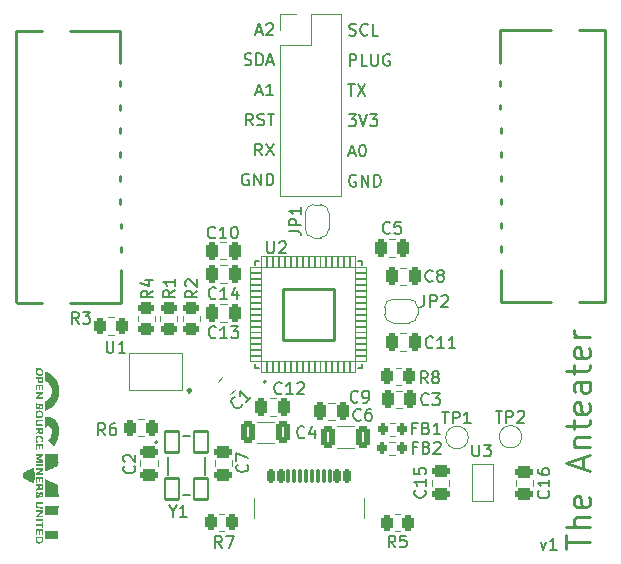
<source format=gbr>
%TF.GenerationSoftware,KiCad,Pcbnew,8.0.0*%
%TF.CreationDate,2024-03-20T17:10:03-04:00*%
%TF.ProjectId,AntEater,416e7445-6174-4657-922e-6b696361645f,rev?*%
%TF.SameCoordinates,Original*%
%TF.FileFunction,Legend,Top*%
%TF.FilePolarity,Positive*%
%FSLAX46Y46*%
G04 Gerber Fmt 4.6, Leading zero omitted, Abs format (unit mm)*
G04 Created by KiCad (PCBNEW 8.0.0) date 2024-03-20 17:10:03*
%MOMM*%
%LPD*%
G01*
G04 APERTURE LIST*
G04 Aperture macros list*
%AMRoundRect*
0 Rectangle with rounded corners*
0 $1 Rounding radius*
0 $2 $3 $4 $5 $6 $7 $8 $9 X,Y pos of 4 corners*
0 Add a 4 corners polygon primitive as box body*
4,1,4,$2,$3,$4,$5,$6,$7,$8,$9,$2,$3,0*
0 Add four circle primitives for the rounded corners*
1,1,$1+$1,$2,$3*
1,1,$1+$1,$4,$5*
1,1,$1+$1,$6,$7*
1,1,$1+$1,$8,$9*
0 Add four rect primitives between the rounded corners*
20,1,$1+$1,$2,$3,$4,$5,0*
20,1,$1+$1,$4,$5,$6,$7,0*
20,1,$1+$1,$6,$7,$8,$9,0*
20,1,$1+$1,$8,$9,$2,$3,0*%
%AMFreePoly0*
4,1,19,0.000000,0.744911,0.071157,0.744911,0.207708,0.704816,0.327430,0.627875,0.420627,0.520320,0.479746,0.390866,0.500000,0.250000,0.500000,-0.250000,0.479746,-0.390866,0.420627,-0.520320,0.327430,-0.627875,0.207708,-0.704816,0.071157,-0.744911,0.000000,-0.744911,0.000000,-0.750000,-0.500000,-0.750000,-0.500000,0.750000,0.000000,0.750000,0.000000,0.744911,0.000000,0.744911,
$1*%
%AMFreePoly1*
4,1,19,0.500000,-0.750000,0.000000,-0.750000,0.000000,-0.744911,-0.071157,-0.744911,-0.207708,-0.704816,-0.327430,-0.627875,-0.420627,-0.520320,-0.479746,-0.390866,-0.500000,-0.250000,-0.500000,0.250000,-0.479746,0.390866,-0.420627,0.520320,-0.327430,0.627875,-0.207708,0.704816,-0.071157,0.744911,0.000000,0.744911,0.000000,0.750000,0.500000,0.750000,0.500000,-0.750000,0.500000,-0.750000,
$1*%
G04 Aperture macros list end*
%ADD10C,0.150000*%
%ADD11C,0.250000*%
%ADD12C,0.120000*%
%ADD13C,0.000000*%
%ADD14C,0.291948*%
%ADD15C,0.100000*%
%ADD16C,0.200000*%
%ADD17C,0.127000*%
%ADD18O,1.000000X1.800000*%
%ADD19O,1.000000X2.100000*%
%ADD20RoundRect,0.075000X-0.075000X-0.500000X0.075000X-0.500000X0.075000X0.500000X-0.075000X0.500000X0*%
%ADD21RoundRect,0.150000X-0.150000X-0.425000X0.150000X-0.425000X0.150000X0.425000X-0.150000X0.425000X0*%
%ADD22C,0.650000*%
%ADD23RoundRect,0.250000X0.262500X0.450000X-0.262500X0.450000X-0.262500X-0.450000X0.262500X-0.450000X0*%
%ADD24O,1.700000X1.700000*%
%ADD25R,1.700000X1.700000*%
%ADD26RoundRect,0.250000X0.250000X0.475000X-0.250000X0.475000X-0.250000X-0.475000X0.250000X-0.475000X0*%
%ADD27RoundRect,0.250000X-0.250000X-0.475000X0.250000X-0.475000X0.250000X0.475000X-0.250000X0.475000X0*%
%ADD28R,1.473200X0.355600*%
%ADD29RoundRect,0.250000X-0.159099X0.512652X-0.512652X0.159099X0.159099X-0.512652X0.512652X-0.159099X0*%
%ADD30RoundRect,0.200000X0.200000X0.275000X-0.200000X0.275000X-0.200000X-0.275000X0.200000X-0.275000X0*%
%ADD31RoundRect,0.250000X-0.475000X0.250000X-0.475000X-0.250000X0.475000X-0.250000X0.475000X0.250000X0*%
%ADD32R,1.900000X3.200000*%
%ADD33R,2.800000X1.100000*%
%ADD34C,1.500000*%
%ADD35R,0.952500X0.558800*%
%ADD36RoundRect,0.250000X-0.262500X-0.450000X0.262500X-0.450000X0.262500X0.450000X-0.262500X0.450000X0*%
%ADD37RoundRect,0.250000X0.450000X-0.262500X0.450000X0.262500X-0.450000X0.262500X-0.450000X-0.262500X0*%
%ADD38RoundRect,0.250000X-0.325000X-0.650000X0.325000X-0.650000X0.325000X0.650000X-0.325000X0.650000X0*%
%ADD39RoundRect,0.102000X2.175000X-2.175000X2.175000X2.175000X-2.175000X2.175000X-2.175000X-2.175000X0*%
%ADD40RoundRect,0.033180X-0.478820X-0.203820X0.478820X-0.203820X0.478820X0.203820X-0.478820X0.203820X0*%
%ADD41RoundRect,0.033180X-0.203820X0.478820X-0.203820X-0.478820X0.203820X-0.478820X0.203820X0.478820X0*%
%ADD42RoundRect,0.033180X0.478820X0.203820X-0.478820X0.203820X-0.478820X-0.203820X0.478820X-0.203820X0*%
%ADD43RoundRect,0.033180X0.203820X-0.478820X0.203820X0.478820X-0.203820X0.478820X-0.203820X-0.478820X0*%
%ADD44FreePoly0,90.000000*%
%ADD45FreePoly1,90.000000*%
%ADD46FreePoly0,0.000000*%
%ADD47FreePoly1,0.000000*%
%ADD48RoundRect,0.250000X0.325000X0.650000X-0.325000X0.650000X-0.325000X-0.650000X0.325000X-0.650000X0*%
%ADD49RoundRect,0.102000X-0.600000X-0.900000X0.600000X-0.900000X0.600000X0.900000X-0.600000X0.900000X0*%
%ADD50RoundRect,0.250000X0.475000X-0.250000X0.475000X0.250000X-0.475000X0.250000X-0.475000X-0.250000X0*%
G04 APERTURE END LIST*
D10*
X159601541Y-119203152D02*
X159839636Y-119869819D01*
X159839636Y-119869819D02*
X160077731Y-119203152D01*
X160982493Y-119869819D02*
X160411065Y-119869819D01*
X160696779Y-119869819D02*
X160696779Y-118869819D01*
X160696779Y-118869819D02*
X160601541Y-119012676D01*
X160601541Y-119012676D02*
X160506303Y-119107914D01*
X160506303Y-119107914D02*
X160411065Y-119155533D01*
D11*
X161772238Y-119775050D02*
X161772238Y-118632193D01*
X163772238Y-119203622D02*
X161772238Y-119203622D01*
X163772238Y-117965526D02*
X161772238Y-117965526D01*
X163772238Y-117108383D02*
X162724619Y-117108383D01*
X162724619Y-117108383D02*
X162534142Y-117203621D01*
X162534142Y-117203621D02*
X162438904Y-117394097D01*
X162438904Y-117394097D02*
X162438904Y-117679812D01*
X162438904Y-117679812D02*
X162534142Y-117870288D01*
X162534142Y-117870288D02*
X162629380Y-117965526D01*
X163677000Y-115394097D02*
X163772238Y-115584573D01*
X163772238Y-115584573D02*
X163772238Y-115965526D01*
X163772238Y-115965526D02*
X163677000Y-116156002D01*
X163677000Y-116156002D02*
X163486523Y-116251240D01*
X163486523Y-116251240D02*
X162724619Y-116251240D01*
X162724619Y-116251240D02*
X162534142Y-116156002D01*
X162534142Y-116156002D02*
X162438904Y-115965526D01*
X162438904Y-115965526D02*
X162438904Y-115584573D01*
X162438904Y-115584573D02*
X162534142Y-115394097D01*
X162534142Y-115394097D02*
X162724619Y-115298859D01*
X162724619Y-115298859D02*
X162915095Y-115298859D01*
X162915095Y-115298859D02*
X163105571Y-116251240D01*
X163200809Y-113013144D02*
X163200809Y-112060763D01*
X163772238Y-113203620D02*
X161772238Y-112536954D01*
X161772238Y-112536954D02*
X163772238Y-111870287D01*
X162438904Y-111203620D02*
X163772238Y-111203620D01*
X162629380Y-111203620D02*
X162534142Y-111108382D01*
X162534142Y-111108382D02*
X162438904Y-110917906D01*
X162438904Y-110917906D02*
X162438904Y-110632191D01*
X162438904Y-110632191D02*
X162534142Y-110441715D01*
X162534142Y-110441715D02*
X162724619Y-110346477D01*
X162724619Y-110346477D02*
X163772238Y-110346477D01*
X162438904Y-109679810D02*
X162438904Y-108917906D01*
X161772238Y-109394096D02*
X163486523Y-109394096D01*
X163486523Y-109394096D02*
X163677000Y-109298858D01*
X163677000Y-109298858D02*
X163772238Y-109108382D01*
X163772238Y-109108382D02*
X163772238Y-108917906D01*
X163677000Y-107489334D02*
X163772238Y-107679810D01*
X163772238Y-107679810D02*
X163772238Y-108060763D01*
X163772238Y-108060763D02*
X163677000Y-108251239D01*
X163677000Y-108251239D02*
X163486523Y-108346477D01*
X163486523Y-108346477D02*
X162724619Y-108346477D01*
X162724619Y-108346477D02*
X162534142Y-108251239D01*
X162534142Y-108251239D02*
X162438904Y-108060763D01*
X162438904Y-108060763D02*
X162438904Y-107679810D01*
X162438904Y-107679810D02*
X162534142Y-107489334D01*
X162534142Y-107489334D02*
X162724619Y-107394096D01*
X162724619Y-107394096D02*
X162915095Y-107394096D01*
X162915095Y-107394096D02*
X163105571Y-108346477D01*
X163772238Y-105679810D02*
X162724619Y-105679810D01*
X162724619Y-105679810D02*
X162534142Y-105775048D01*
X162534142Y-105775048D02*
X162438904Y-105965524D01*
X162438904Y-105965524D02*
X162438904Y-106346477D01*
X162438904Y-106346477D02*
X162534142Y-106536953D01*
X163677000Y-105679810D02*
X163772238Y-105870286D01*
X163772238Y-105870286D02*
X163772238Y-106346477D01*
X163772238Y-106346477D02*
X163677000Y-106536953D01*
X163677000Y-106536953D02*
X163486523Y-106632191D01*
X163486523Y-106632191D02*
X163296047Y-106632191D01*
X163296047Y-106632191D02*
X163105571Y-106536953D01*
X163105571Y-106536953D02*
X163010333Y-106346477D01*
X163010333Y-106346477D02*
X163010333Y-105870286D01*
X163010333Y-105870286D02*
X162915095Y-105679810D01*
X162438904Y-105013143D02*
X162438904Y-104251239D01*
X161772238Y-104727429D02*
X163486523Y-104727429D01*
X163486523Y-104727429D02*
X163677000Y-104632191D01*
X163677000Y-104632191D02*
X163772238Y-104441715D01*
X163772238Y-104441715D02*
X163772238Y-104251239D01*
X163677000Y-102822667D02*
X163772238Y-103013143D01*
X163772238Y-103013143D02*
X163772238Y-103394096D01*
X163772238Y-103394096D02*
X163677000Y-103584572D01*
X163677000Y-103584572D02*
X163486523Y-103679810D01*
X163486523Y-103679810D02*
X162724619Y-103679810D01*
X162724619Y-103679810D02*
X162534142Y-103584572D01*
X162534142Y-103584572D02*
X162438904Y-103394096D01*
X162438904Y-103394096D02*
X162438904Y-103013143D01*
X162438904Y-103013143D02*
X162534142Y-102822667D01*
X162534142Y-102822667D02*
X162724619Y-102727429D01*
X162724619Y-102727429D02*
X162915095Y-102727429D01*
X162915095Y-102727429D02*
X163105571Y-103679810D01*
X163772238Y-101870286D02*
X162438904Y-101870286D01*
X162819857Y-101870286D02*
X162629380Y-101775048D01*
X162629380Y-101775048D02*
X162534142Y-101679810D01*
X162534142Y-101679810D02*
X162438904Y-101489334D01*
X162438904Y-101489334D02*
X162438904Y-101298857D01*
D10*
X143351541Y-83013819D02*
X143970588Y-83013819D01*
X143970588Y-83013819D02*
X143637255Y-83394771D01*
X143637255Y-83394771D02*
X143780112Y-83394771D01*
X143780112Y-83394771D02*
X143875350Y-83442390D01*
X143875350Y-83442390D02*
X143922969Y-83490009D01*
X143922969Y-83490009D02*
X143970588Y-83585247D01*
X143970588Y-83585247D02*
X143970588Y-83823342D01*
X143970588Y-83823342D02*
X143922969Y-83918580D01*
X143922969Y-83918580D02*
X143875350Y-83966200D01*
X143875350Y-83966200D02*
X143780112Y-84013819D01*
X143780112Y-84013819D02*
X143494398Y-84013819D01*
X143494398Y-84013819D02*
X143399160Y-83966200D01*
X143399160Y-83966200D02*
X143351541Y-83918580D01*
X144256303Y-83013819D02*
X144589636Y-84013819D01*
X144589636Y-84013819D02*
X144922969Y-83013819D01*
X145161065Y-83013819D02*
X145780112Y-83013819D01*
X145780112Y-83013819D02*
X145446779Y-83394771D01*
X145446779Y-83394771D02*
X145589636Y-83394771D01*
X145589636Y-83394771D02*
X145684874Y-83442390D01*
X145684874Y-83442390D02*
X145732493Y-83490009D01*
X145732493Y-83490009D02*
X145780112Y-83585247D01*
X145780112Y-83585247D02*
X145780112Y-83823342D01*
X145780112Y-83823342D02*
X145732493Y-83918580D01*
X145732493Y-83918580D02*
X145684874Y-83966200D01*
X145684874Y-83966200D02*
X145589636Y-84013819D01*
X145589636Y-84013819D02*
X145303922Y-84013819D01*
X145303922Y-84013819D02*
X145208684Y-83966200D01*
X145208684Y-83966200D02*
X145161065Y-83918580D01*
X143303922Y-80455819D02*
X143875350Y-80455819D01*
X143589636Y-81455819D02*
X143589636Y-80455819D01*
X144113446Y-80455819D02*
X144780112Y-81455819D01*
X144780112Y-80455819D02*
X144113446Y-81455819D01*
X143970588Y-88177438D02*
X143875350Y-88129819D01*
X143875350Y-88129819D02*
X143732493Y-88129819D01*
X143732493Y-88129819D02*
X143589636Y-88177438D01*
X143589636Y-88177438D02*
X143494398Y-88272676D01*
X143494398Y-88272676D02*
X143446779Y-88367914D01*
X143446779Y-88367914D02*
X143399160Y-88558390D01*
X143399160Y-88558390D02*
X143399160Y-88701247D01*
X143399160Y-88701247D02*
X143446779Y-88891723D01*
X143446779Y-88891723D02*
X143494398Y-88986961D01*
X143494398Y-88986961D02*
X143589636Y-89082200D01*
X143589636Y-89082200D02*
X143732493Y-89129819D01*
X143732493Y-89129819D02*
X143827731Y-89129819D01*
X143827731Y-89129819D02*
X143970588Y-89082200D01*
X143970588Y-89082200D02*
X144018207Y-89034580D01*
X144018207Y-89034580D02*
X144018207Y-88701247D01*
X144018207Y-88701247D02*
X143827731Y-88701247D01*
X144446779Y-89129819D02*
X144446779Y-88129819D01*
X144446779Y-88129819D02*
X145018207Y-89129819D01*
X145018207Y-89129819D02*
X145018207Y-88129819D01*
X145494398Y-89129819D02*
X145494398Y-88129819D01*
X145494398Y-88129819D02*
X145732493Y-88129819D01*
X145732493Y-88129819D02*
X145875350Y-88177438D01*
X145875350Y-88177438D02*
X145970588Y-88272676D01*
X145970588Y-88272676D02*
X146018207Y-88367914D01*
X146018207Y-88367914D02*
X146065826Y-88558390D01*
X146065826Y-88558390D02*
X146065826Y-88701247D01*
X146065826Y-88701247D02*
X146018207Y-88891723D01*
X146018207Y-88891723D02*
X145970588Y-88986961D01*
X145970588Y-88986961D02*
X145875350Y-89082200D01*
X145875350Y-89082200D02*
X145732493Y-89129819D01*
X145732493Y-89129819D02*
X145494398Y-89129819D01*
X143446779Y-78897819D02*
X143446779Y-77897819D01*
X143446779Y-77897819D02*
X143827731Y-77897819D01*
X143827731Y-77897819D02*
X143922969Y-77945438D01*
X143922969Y-77945438D02*
X143970588Y-77993057D01*
X143970588Y-77993057D02*
X144018207Y-78088295D01*
X144018207Y-78088295D02*
X144018207Y-78231152D01*
X144018207Y-78231152D02*
X143970588Y-78326390D01*
X143970588Y-78326390D02*
X143922969Y-78374009D01*
X143922969Y-78374009D02*
X143827731Y-78421628D01*
X143827731Y-78421628D02*
X143446779Y-78421628D01*
X144922969Y-78897819D02*
X144446779Y-78897819D01*
X144446779Y-78897819D02*
X144446779Y-77897819D01*
X145256303Y-77897819D02*
X145256303Y-78707342D01*
X145256303Y-78707342D02*
X145303922Y-78802580D01*
X145303922Y-78802580D02*
X145351541Y-78850200D01*
X145351541Y-78850200D02*
X145446779Y-78897819D01*
X145446779Y-78897819D02*
X145637255Y-78897819D01*
X145637255Y-78897819D02*
X145732493Y-78850200D01*
X145732493Y-78850200D02*
X145780112Y-78802580D01*
X145780112Y-78802580D02*
X145827731Y-78707342D01*
X145827731Y-78707342D02*
X145827731Y-77897819D01*
X146827731Y-77945438D02*
X146732493Y-77897819D01*
X146732493Y-77897819D02*
X146589636Y-77897819D01*
X146589636Y-77897819D02*
X146446779Y-77945438D01*
X146446779Y-77945438D02*
X146351541Y-78040676D01*
X146351541Y-78040676D02*
X146303922Y-78135914D01*
X146303922Y-78135914D02*
X146256303Y-78326390D01*
X146256303Y-78326390D02*
X146256303Y-78469247D01*
X146256303Y-78469247D02*
X146303922Y-78659723D01*
X146303922Y-78659723D02*
X146351541Y-78754961D01*
X146351541Y-78754961D02*
X146446779Y-78850200D01*
X146446779Y-78850200D02*
X146589636Y-78897819D01*
X146589636Y-78897819D02*
X146684874Y-78897819D01*
X146684874Y-78897819D02*
X146827731Y-78850200D01*
X146827731Y-78850200D02*
X146875350Y-78802580D01*
X146875350Y-78802580D02*
X146875350Y-78469247D01*
X146875350Y-78469247D02*
X146684874Y-78469247D01*
X135256302Y-83945819D02*
X134922969Y-83469628D01*
X134684874Y-83945819D02*
X134684874Y-82945819D01*
X134684874Y-82945819D02*
X135065826Y-82945819D01*
X135065826Y-82945819D02*
X135161064Y-82993438D01*
X135161064Y-82993438D02*
X135208683Y-83041057D01*
X135208683Y-83041057D02*
X135256302Y-83136295D01*
X135256302Y-83136295D02*
X135256302Y-83279152D01*
X135256302Y-83279152D02*
X135208683Y-83374390D01*
X135208683Y-83374390D02*
X135161064Y-83422009D01*
X135161064Y-83422009D02*
X135065826Y-83469628D01*
X135065826Y-83469628D02*
X134684874Y-83469628D01*
X135637255Y-83898200D02*
X135780112Y-83945819D01*
X135780112Y-83945819D02*
X136018207Y-83945819D01*
X136018207Y-83945819D02*
X136113445Y-83898200D01*
X136113445Y-83898200D02*
X136161064Y-83850580D01*
X136161064Y-83850580D02*
X136208683Y-83755342D01*
X136208683Y-83755342D02*
X136208683Y-83660104D01*
X136208683Y-83660104D02*
X136161064Y-83564866D01*
X136161064Y-83564866D02*
X136113445Y-83517247D01*
X136113445Y-83517247D02*
X136018207Y-83469628D01*
X136018207Y-83469628D02*
X135827731Y-83422009D01*
X135827731Y-83422009D02*
X135732493Y-83374390D01*
X135732493Y-83374390D02*
X135684874Y-83326771D01*
X135684874Y-83326771D02*
X135637255Y-83231533D01*
X135637255Y-83231533D02*
X135637255Y-83136295D01*
X135637255Y-83136295D02*
X135684874Y-83041057D01*
X135684874Y-83041057D02*
X135732493Y-82993438D01*
X135732493Y-82993438D02*
X135827731Y-82945819D01*
X135827731Y-82945819D02*
X136065826Y-82945819D01*
X136065826Y-82945819D02*
X136208683Y-82993438D01*
X136494398Y-82945819D02*
X137065826Y-82945819D01*
X136780112Y-83945819D02*
X136780112Y-82945819D01*
X135542017Y-76028104D02*
X136018207Y-76028104D01*
X135446779Y-76313819D02*
X135780112Y-75313819D01*
X135780112Y-75313819D02*
X136113445Y-76313819D01*
X136399160Y-75409057D02*
X136446779Y-75361438D01*
X136446779Y-75361438D02*
X136542017Y-75313819D01*
X136542017Y-75313819D02*
X136780112Y-75313819D01*
X136780112Y-75313819D02*
X136875350Y-75361438D01*
X136875350Y-75361438D02*
X136922969Y-75409057D01*
X136922969Y-75409057D02*
X136970588Y-75504295D01*
X136970588Y-75504295D02*
X136970588Y-75599533D01*
X136970588Y-75599533D02*
X136922969Y-75742390D01*
X136922969Y-75742390D02*
X136351541Y-76313819D01*
X136351541Y-76313819D02*
X136970588Y-76313819D01*
X143399160Y-86286104D02*
X143875350Y-86286104D01*
X143303922Y-86571819D02*
X143637255Y-85571819D01*
X143637255Y-85571819D02*
X143970588Y-86571819D01*
X144494398Y-85571819D02*
X144589636Y-85571819D01*
X144589636Y-85571819D02*
X144684874Y-85619438D01*
X144684874Y-85619438D02*
X144732493Y-85667057D01*
X144732493Y-85667057D02*
X144780112Y-85762295D01*
X144780112Y-85762295D02*
X144827731Y-85952771D01*
X144827731Y-85952771D02*
X144827731Y-86190866D01*
X144827731Y-86190866D02*
X144780112Y-86381342D01*
X144780112Y-86381342D02*
X144732493Y-86476580D01*
X144732493Y-86476580D02*
X144684874Y-86524200D01*
X144684874Y-86524200D02*
X144589636Y-86571819D01*
X144589636Y-86571819D02*
X144494398Y-86571819D01*
X144494398Y-86571819D02*
X144399160Y-86524200D01*
X144399160Y-86524200D02*
X144351541Y-86476580D01*
X144351541Y-86476580D02*
X144303922Y-86381342D01*
X144303922Y-86381342D02*
X144256303Y-86190866D01*
X144256303Y-86190866D02*
X144256303Y-85952771D01*
X144256303Y-85952771D02*
X144303922Y-85762295D01*
X144303922Y-85762295D02*
X144351541Y-85667057D01*
X144351541Y-85667057D02*
X144399160Y-85619438D01*
X144399160Y-85619438D02*
X144494398Y-85571819D01*
X134542017Y-78810200D02*
X134684874Y-78857819D01*
X134684874Y-78857819D02*
X134922969Y-78857819D01*
X134922969Y-78857819D02*
X135018207Y-78810200D01*
X135018207Y-78810200D02*
X135065826Y-78762580D01*
X135065826Y-78762580D02*
X135113445Y-78667342D01*
X135113445Y-78667342D02*
X135113445Y-78572104D01*
X135113445Y-78572104D02*
X135065826Y-78476866D01*
X135065826Y-78476866D02*
X135018207Y-78429247D01*
X135018207Y-78429247D02*
X134922969Y-78381628D01*
X134922969Y-78381628D02*
X134732493Y-78334009D01*
X134732493Y-78334009D02*
X134637255Y-78286390D01*
X134637255Y-78286390D02*
X134589636Y-78238771D01*
X134589636Y-78238771D02*
X134542017Y-78143533D01*
X134542017Y-78143533D02*
X134542017Y-78048295D01*
X134542017Y-78048295D02*
X134589636Y-77953057D01*
X134589636Y-77953057D02*
X134637255Y-77905438D01*
X134637255Y-77905438D02*
X134732493Y-77857819D01*
X134732493Y-77857819D02*
X134970588Y-77857819D01*
X134970588Y-77857819D02*
X135113445Y-77905438D01*
X135542017Y-78857819D02*
X135542017Y-77857819D01*
X135542017Y-77857819D02*
X135780112Y-77857819D01*
X135780112Y-77857819D02*
X135922969Y-77905438D01*
X135922969Y-77905438D02*
X136018207Y-78000676D01*
X136018207Y-78000676D02*
X136065826Y-78095914D01*
X136065826Y-78095914D02*
X136113445Y-78286390D01*
X136113445Y-78286390D02*
X136113445Y-78429247D01*
X136113445Y-78429247D02*
X136065826Y-78619723D01*
X136065826Y-78619723D02*
X136018207Y-78714961D01*
X136018207Y-78714961D02*
X135922969Y-78810200D01*
X135922969Y-78810200D02*
X135780112Y-78857819D01*
X135780112Y-78857819D02*
X135542017Y-78857819D01*
X136494398Y-78572104D02*
X136970588Y-78572104D01*
X136399160Y-78857819D02*
X136732493Y-77857819D01*
X136732493Y-77857819D02*
X137065826Y-78857819D01*
X134885350Y-88081438D02*
X134790112Y-88033819D01*
X134790112Y-88033819D02*
X134647255Y-88033819D01*
X134647255Y-88033819D02*
X134504398Y-88081438D01*
X134504398Y-88081438D02*
X134409160Y-88176676D01*
X134409160Y-88176676D02*
X134361541Y-88271914D01*
X134361541Y-88271914D02*
X134313922Y-88462390D01*
X134313922Y-88462390D02*
X134313922Y-88605247D01*
X134313922Y-88605247D02*
X134361541Y-88795723D01*
X134361541Y-88795723D02*
X134409160Y-88890961D01*
X134409160Y-88890961D02*
X134504398Y-88986200D01*
X134504398Y-88986200D02*
X134647255Y-89033819D01*
X134647255Y-89033819D02*
X134742493Y-89033819D01*
X134742493Y-89033819D02*
X134885350Y-88986200D01*
X134885350Y-88986200D02*
X134932969Y-88938580D01*
X134932969Y-88938580D02*
X134932969Y-88605247D01*
X134932969Y-88605247D02*
X134742493Y-88605247D01*
X135361541Y-89033819D02*
X135361541Y-88033819D01*
X135361541Y-88033819D02*
X135932969Y-89033819D01*
X135932969Y-89033819D02*
X135932969Y-88033819D01*
X136409160Y-89033819D02*
X136409160Y-88033819D01*
X136409160Y-88033819D02*
X136647255Y-88033819D01*
X136647255Y-88033819D02*
X136790112Y-88081438D01*
X136790112Y-88081438D02*
X136885350Y-88176676D01*
X136885350Y-88176676D02*
X136932969Y-88271914D01*
X136932969Y-88271914D02*
X136980588Y-88462390D01*
X136980588Y-88462390D02*
X136980588Y-88605247D01*
X136980588Y-88605247D02*
X136932969Y-88795723D01*
X136932969Y-88795723D02*
X136885350Y-88890961D01*
X136885350Y-88890961D02*
X136790112Y-88986200D01*
X136790112Y-88986200D02*
X136647255Y-89033819D01*
X136647255Y-89033819D02*
X136409160Y-89033819D01*
X135542017Y-81116104D02*
X136018207Y-81116104D01*
X135446779Y-81401819D02*
X135780112Y-80401819D01*
X135780112Y-80401819D02*
X136113445Y-81401819D01*
X136970588Y-81401819D02*
X136399160Y-81401819D01*
X136684874Y-81401819D02*
X136684874Y-80401819D01*
X136684874Y-80401819D02*
X136589636Y-80544676D01*
X136589636Y-80544676D02*
X136494398Y-80639914D01*
X136494398Y-80639914D02*
X136399160Y-80687533D01*
X143399160Y-76292200D02*
X143542017Y-76339819D01*
X143542017Y-76339819D02*
X143780112Y-76339819D01*
X143780112Y-76339819D02*
X143875350Y-76292200D01*
X143875350Y-76292200D02*
X143922969Y-76244580D01*
X143922969Y-76244580D02*
X143970588Y-76149342D01*
X143970588Y-76149342D02*
X143970588Y-76054104D01*
X143970588Y-76054104D02*
X143922969Y-75958866D01*
X143922969Y-75958866D02*
X143875350Y-75911247D01*
X143875350Y-75911247D02*
X143780112Y-75863628D01*
X143780112Y-75863628D02*
X143589636Y-75816009D01*
X143589636Y-75816009D02*
X143494398Y-75768390D01*
X143494398Y-75768390D02*
X143446779Y-75720771D01*
X143446779Y-75720771D02*
X143399160Y-75625533D01*
X143399160Y-75625533D02*
X143399160Y-75530295D01*
X143399160Y-75530295D02*
X143446779Y-75435057D01*
X143446779Y-75435057D02*
X143494398Y-75387438D01*
X143494398Y-75387438D02*
X143589636Y-75339819D01*
X143589636Y-75339819D02*
X143827731Y-75339819D01*
X143827731Y-75339819D02*
X143970588Y-75387438D01*
X144970588Y-76244580D02*
X144922969Y-76292200D01*
X144922969Y-76292200D02*
X144780112Y-76339819D01*
X144780112Y-76339819D02*
X144684874Y-76339819D01*
X144684874Y-76339819D02*
X144542017Y-76292200D01*
X144542017Y-76292200D02*
X144446779Y-76196961D01*
X144446779Y-76196961D02*
X144399160Y-76101723D01*
X144399160Y-76101723D02*
X144351541Y-75911247D01*
X144351541Y-75911247D02*
X144351541Y-75768390D01*
X144351541Y-75768390D02*
X144399160Y-75577914D01*
X144399160Y-75577914D02*
X144446779Y-75482676D01*
X144446779Y-75482676D02*
X144542017Y-75387438D01*
X144542017Y-75387438D02*
X144684874Y-75339819D01*
X144684874Y-75339819D02*
X144780112Y-75339819D01*
X144780112Y-75339819D02*
X144922969Y-75387438D01*
X144922969Y-75387438D02*
X144970588Y-75435057D01*
X145875350Y-76339819D02*
X145399160Y-76339819D01*
X145399160Y-76339819D02*
X145399160Y-75339819D01*
X136018207Y-86489819D02*
X135684874Y-86013628D01*
X135446779Y-86489819D02*
X135446779Y-85489819D01*
X135446779Y-85489819D02*
X135827731Y-85489819D01*
X135827731Y-85489819D02*
X135922969Y-85537438D01*
X135922969Y-85537438D02*
X135970588Y-85585057D01*
X135970588Y-85585057D02*
X136018207Y-85680295D01*
X136018207Y-85680295D02*
X136018207Y-85823152D01*
X136018207Y-85823152D02*
X135970588Y-85918390D01*
X135970588Y-85918390D02*
X135922969Y-85966009D01*
X135922969Y-85966009D02*
X135827731Y-86013628D01*
X135827731Y-86013628D02*
X135446779Y-86013628D01*
X136351541Y-85489819D02*
X137018207Y-86489819D01*
X137018207Y-85489819D02*
X136351541Y-86489819D01*
X147310833Y-119684819D02*
X146977500Y-119208628D01*
X146739405Y-119684819D02*
X146739405Y-118684819D01*
X146739405Y-118684819D02*
X147120357Y-118684819D01*
X147120357Y-118684819D02*
X147215595Y-118732438D01*
X147215595Y-118732438D02*
X147263214Y-118780057D01*
X147263214Y-118780057D02*
X147310833Y-118875295D01*
X147310833Y-118875295D02*
X147310833Y-119018152D01*
X147310833Y-119018152D02*
X147263214Y-119113390D01*
X147263214Y-119113390D02*
X147215595Y-119161009D01*
X147215595Y-119161009D02*
X147120357Y-119208628D01*
X147120357Y-119208628D02*
X146739405Y-119208628D01*
X148215595Y-118684819D02*
X147739405Y-118684819D01*
X147739405Y-118684819D02*
X147691786Y-119161009D01*
X147691786Y-119161009D02*
X147739405Y-119113390D01*
X147739405Y-119113390D02*
X147834643Y-119065771D01*
X147834643Y-119065771D02*
X148072738Y-119065771D01*
X148072738Y-119065771D02*
X148167976Y-119113390D01*
X148167976Y-119113390D02*
X148215595Y-119161009D01*
X148215595Y-119161009D02*
X148263214Y-119256247D01*
X148263214Y-119256247D02*
X148263214Y-119494342D01*
X148263214Y-119494342D02*
X148215595Y-119589580D01*
X148215595Y-119589580D02*
X148167976Y-119637200D01*
X148167976Y-119637200D02*
X148072738Y-119684819D01*
X148072738Y-119684819D02*
X147834643Y-119684819D01*
X147834643Y-119684819D02*
X147739405Y-119637200D01*
X147739405Y-119637200D02*
X147691786Y-119589580D01*
X137685116Y-106606929D02*
X137637497Y-106654549D01*
X137637497Y-106654549D02*
X137494640Y-106702168D01*
X137494640Y-106702168D02*
X137399402Y-106702168D01*
X137399402Y-106702168D02*
X137256545Y-106654549D01*
X137256545Y-106654549D02*
X137161307Y-106559310D01*
X137161307Y-106559310D02*
X137113688Y-106464072D01*
X137113688Y-106464072D02*
X137066069Y-106273596D01*
X137066069Y-106273596D02*
X137066069Y-106130739D01*
X137066069Y-106130739D02*
X137113688Y-105940263D01*
X137113688Y-105940263D02*
X137161307Y-105845025D01*
X137161307Y-105845025D02*
X137256545Y-105749787D01*
X137256545Y-105749787D02*
X137399402Y-105702168D01*
X137399402Y-105702168D02*
X137494640Y-105702168D01*
X137494640Y-105702168D02*
X137637497Y-105749787D01*
X137637497Y-105749787D02*
X137685116Y-105797406D01*
X138637497Y-106702168D02*
X138066069Y-106702168D01*
X138351783Y-106702168D02*
X138351783Y-105702168D01*
X138351783Y-105702168D02*
X138256545Y-105845025D01*
X138256545Y-105845025D02*
X138161307Y-105940263D01*
X138161307Y-105940263D02*
X138066069Y-105987882D01*
X139018450Y-105797406D02*
X139066069Y-105749787D01*
X139066069Y-105749787D02*
X139161307Y-105702168D01*
X139161307Y-105702168D02*
X139399402Y-105702168D01*
X139399402Y-105702168D02*
X139494640Y-105749787D01*
X139494640Y-105749787D02*
X139542259Y-105797406D01*
X139542259Y-105797406D02*
X139589878Y-105892644D01*
X139589878Y-105892644D02*
X139589878Y-105987882D01*
X139589878Y-105987882D02*
X139542259Y-106130739D01*
X139542259Y-106130739D02*
X138970831Y-106702168D01*
X138970831Y-106702168D02*
X139589878Y-106702168D01*
X132052616Y-93416929D02*
X132004997Y-93464549D01*
X132004997Y-93464549D02*
X131862140Y-93512168D01*
X131862140Y-93512168D02*
X131766902Y-93512168D01*
X131766902Y-93512168D02*
X131624045Y-93464549D01*
X131624045Y-93464549D02*
X131528807Y-93369310D01*
X131528807Y-93369310D02*
X131481188Y-93274072D01*
X131481188Y-93274072D02*
X131433569Y-93083596D01*
X131433569Y-93083596D02*
X131433569Y-92940739D01*
X131433569Y-92940739D02*
X131481188Y-92750263D01*
X131481188Y-92750263D02*
X131528807Y-92655025D01*
X131528807Y-92655025D02*
X131624045Y-92559787D01*
X131624045Y-92559787D02*
X131766902Y-92512168D01*
X131766902Y-92512168D02*
X131862140Y-92512168D01*
X131862140Y-92512168D02*
X132004997Y-92559787D01*
X132004997Y-92559787D02*
X132052616Y-92607406D01*
X133004997Y-93512168D02*
X132433569Y-93512168D01*
X132719283Y-93512168D02*
X132719283Y-92512168D01*
X132719283Y-92512168D02*
X132624045Y-92655025D01*
X132624045Y-92655025D02*
X132528807Y-92750263D01*
X132528807Y-92750263D02*
X132433569Y-92797882D01*
X133624045Y-92512168D02*
X133719283Y-92512168D01*
X133719283Y-92512168D02*
X133814521Y-92559787D01*
X133814521Y-92559787D02*
X133862140Y-92607406D01*
X133862140Y-92607406D02*
X133909759Y-92702644D01*
X133909759Y-92702644D02*
X133957378Y-92893120D01*
X133957378Y-92893120D02*
X133957378Y-93131215D01*
X133957378Y-93131215D02*
X133909759Y-93321691D01*
X133909759Y-93321691D02*
X133862140Y-93416929D01*
X133862140Y-93416929D02*
X133814521Y-93464549D01*
X133814521Y-93464549D02*
X133719283Y-93512168D01*
X133719283Y-93512168D02*
X133624045Y-93512168D01*
X133624045Y-93512168D02*
X133528807Y-93464549D01*
X133528807Y-93464549D02*
X133481188Y-93416929D01*
X133481188Y-93416929D02*
X133433569Y-93321691D01*
X133433569Y-93321691D02*
X133385950Y-93131215D01*
X133385950Y-93131215D02*
X133385950Y-92893120D01*
X133385950Y-92893120D02*
X133433569Y-92702644D01*
X133433569Y-92702644D02*
X133481188Y-92607406D01*
X133481188Y-92607406D02*
X133528807Y-92559787D01*
X133528807Y-92559787D02*
X133624045Y-92512168D01*
X150495116Y-102716929D02*
X150447497Y-102764549D01*
X150447497Y-102764549D02*
X150304640Y-102812168D01*
X150304640Y-102812168D02*
X150209402Y-102812168D01*
X150209402Y-102812168D02*
X150066545Y-102764549D01*
X150066545Y-102764549D02*
X149971307Y-102669310D01*
X149971307Y-102669310D02*
X149923688Y-102574072D01*
X149923688Y-102574072D02*
X149876069Y-102383596D01*
X149876069Y-102383596D02*
X149876069Y-102240739D01*
X149876069Y-102240739D02*
X149923688Y-102050263D01*
X149923688Y-102050263D02*
X149971307Y-101955025D01*
X149971307Y-101955025D02*
X150066545Y-101859787D01*
X150066545Y-101859787D02*
X150209402Y-101812168D01*
X150209402Y-101812168D02*
X150304640Y-101812168D01*
X150304640Y-101812168D02*
X150447497Y-101859787D01*
X150447497Y-101859787D02*
X150495116Y-101907406D01*
X151447497Y-102812168D02*
X150876069Y-102812168D01*
X151161783Y-102812168D02*
X151161783Y-101812168D01*
X151161783Y-101812168D02*
X151066545Y-101955025D01*
X151066545Y-101955025D02*
X150971307Y-102050263D01*
X150971307Y-102050263D02*
X150876069Y-102097882D01*
X152399878Y-102812168D02*
X151828450Y-102812168D01*
X152114164Y-102812168D02*
X152114164Y-101812168D01*
X152114164Y-101812168D02*
X152018926Y-101955025D01*
X152018926Y-101955025D02*
X151923688Y-102050263D01*
X151923688Y-102050263D02*
X151828450Y-102097882D01*
X122873569Y-102202168D02*
X122873569Y-103011691D01*
X122873569Y-103011691D02*
X122921188Y-103106929D01*
X122921188Y-103106929D02*
X122968807Y-103154549D01*
X122968807Y-103154549D02*
X123064045Y-103202168D01*
X123064045Y-103202168D02*
X123254521Y-103202168D01*
X123254521Y-103202168D02*
X123349759Y-103154549D01*
X123349759Y-103154549D02*
X123397378Y-103106929D01*
X123397378Y-103106929D02*
X123444997Y-103011691D01*
X123444997Y-103011691D02*
X123444997Y-102202168D01*
X124444997Y-103202168D02*
X123873569Y-103202168D01*
X124159283Y-103202168D02*
X124159283Y-102202168D01*
X124159283Y-102202168D02*
X124064045Y-102345025D01*
X124064045Y-102345025D02*
X123968807Y-102440263D01*
X123968807Y-102440263D02*
X123873569Y-102487882D01*
X134322324Y-107547401D02*
X134322324Y-107614745D01*
X134322324Y-107614745D02*
X134254980Y-107749432D01*
X134254980Y-107749432D02*
X134187637Y-107816775D01*
X134187637Y-107816775D02*
X134052950Y-107884119D01*
X134052950Y-107884119D02*
X133918263Y-107884119D01*
X133918263Y-107884119D02*
X133817248Y-107850447D01*
X133817248Y-107850447D02*
X133648889Y-107749432D01*
X133648889Y-107749432D02*
X133547874Y-107648417D01*
X133547874Y-107648417D02*
X133446858Y-107480058D01*
X133446858Y-107480058D02*
X133413187Y-107379043D01*
X133413187Y-107379043D02*
X133413187Y-107244356D01*
X133413187Y-107244356D02*
X133480530Y-107109669D01*
X133480530Y-107109669D02*
X133547874Y-107042325D01*
X133547874Y-107042325D02*
X133682561Y-106974982D01*
X133682561Y-106974982D02*
X133749904Y-106974982D01*
X135063102Y-106941310D02*
X134659041Y-107345371D01*
X134861072Y-107143340D02*
X134153965Y-106436234D01*
X134153965Y-106436234D02*
X134187637Y-106604592D01*
X134187637Y-106604592D02*
X134187637Y-106739279D01*
X134187637Y-106739279D02*
X134153965Y-106840295D01*
X149104640Y-111208358D02*
X148771307Y-111208358D01*
X148771307Y-111732168D02*
X148771307Y-110732168D01*
X148771307Y-110732168D02*
X149247497Y-110732168D01*
X149961783Y-111208358D02*
X150104640Y-111255977D01*
X150104640Y-111255977D02*
X150152259Y-111303596D01*
X150152259Y-111303596D02*
X150199878Y-111398834D01*
X150199878Y-111398834D02*
X150199878Y-111541691D01*
X150199878Y-111541691D02*
X150152259Y-111636929D01*
X150152259Y-111636929D02*
X150104640Y-111684549D01*
X150104640Y-111684549D02*
X150009402Y-111732168D01*
X150009402Y-111732168D02*
X149628450Y-111732168D01*
X149628450Y-111732168D02*
X149628450Y-110732168D01*
X149628450Y-110732168D02*
X149961783Y-110732168D01*
X149961783Y-110732168D02*
X150057021Y-110779787D01*
X150057021Y-110779787D02*
X150104640Y-110827406D01*
X150104640Y-110827406D02*
X150152259Y-110922644D01*
X150152259Y-110922644D02*
X150152259Y-111017882D01*
X150152259Y-111017882D02*
X150104640Y-111113120D01*
X150104640Y-111113120D02*
X150057021Y-111160739D01*
X150057021Y-111160739D02*
X149961783Y-111208358D01*
X149961783Y-111208358D02*
X149628450Y-111208358D01*
X150580831Y-110827406D02*
X150628450Y-110779787D01*
X150628450Y-110779787D02*
X150723688Y-110732168D01*
X150723688Y-110732168D02*
X150961783Y-110732168D01*
X150961783Y-110732168D02*
X151057021Y-110779787D01*
X151057021Y-110779787D02*
X151104640Y-110827406D01*
X151104640Y-110827406D02*
X151152259Y-110922644D01*
X151152259Y-110922644D02*
X151152259Y-111017882D01*
X151152259Y-111017882D02*
X151104640Y-111160739D01*
X151104640Y-111160739D02*
X150533212Y-111732168D01*
X150533212Y-111732168D02*
X151152259Y-111732168D01*
X120503333Y-100744819D02*
X120170000Y-100268628D01*
X119931905Y-100744819D02*
X119931905Y-99744819D01*
X119931905Y-99744819D02*
X120312857Y-99744819D01*
X120312857Y-99744819D02*
X120408095Y-99792438D01*
X120408095Y-99792438D02*
X120455714Y-99840057D01*
X120455714Y-99840057D02*
X120503333Y-99935295D01*
X120503333Y-99935295D02*
X120503333Y-100078152D01*
X120503333Y-100078152D02*
X120455714Y-100173390D01*
X120455714Y-100173390D02*
X120408095Y-100221009D01*
X120408095Y-100221009D02*
X120312857Y-100268628D01*
X120312857Y-100268628D02*
X119931905Y-100268628D01*
X120836667Y-99744819D02*
X121455714Y-99744819D01*
X121455714Y-99744819D02*
X121122381Y-100125771D01*
X121122381Y-100125771D02*
X121265238Y-100125771D01*
X121265238Y-100125771D02*
X121360476Y-100173390D01*
X121360476Y-100173390D02*
X121408095Y-100221009D01*
X121408095Y-100221009D02*
X121455714Y-100316247D01*
X121455714Y-100316247D02*
X121455714Y-100554342D01*
X121455714Y-100554342D02*
X121408095Y-100649580D01*
X121408095Y-100649580D02*
X121360476Y-100697200D01*
X121360476Y-100697200D02*
X121265238Y-100744819D01*
X121265238Y-100744819D02*
X120979524Y-100744819D01*
X120979524Y-100744819D02*
X120884286Y-100697200D01*
X120884286Y-100697200D02*
X120836667Y-100649580D01*
X149799580Y-114832857D02*
X149847200Y-114880476D01*
X149847200Y-114880476D02*
X149894819Y-115023333D01*
X149894819Y-115023333D02*
X149894819Y-115118571D01*
X149894819Y-115118571D02*
X149847200Y-115261428D01*
X149847200Y-115261428D02*
X149751961Y-115356666D01*
X149751961Y-115356666D02*
X149656723Y-115404285D01*
X149656723Y-115404285D02*
X149466247Y-115451904D01*
X149466247Y-115451904D02*
X149323390Y-115451904D01*
X149323390Y-115451904D02*
X149132914Y-115404285D01*
X149132914Y-115404285D02*
X149037676Y-115356666D01*
X149037676Y-115356666D02*
X148942438Y-115261428D01*
X148942438Y-115261428D02*
X148894819Y-115118571D01*
X148894819Y-115118571D02*
X148894819Y-115023333D01*
X148894819Y-115023333D02*
X148942438Y-114880476D01*
X148942438Y-114880476D02*
X148990057Y-114832857D01*
X149894819Y-113880476D02*
X149894819Y-114451904D01*
X149894819Y-114166190D02*
X148894819Y-114166190D01*
X148894819Y-114166190D02*
X149037676Y-114261428D01*
X149037676Y-114261428D02*
X149132914Y-114356666D01*
X149132914Y-114356666D02*
X149180533Y-114451904D01*
X148894819Y-112975714D02*
X148894819Y-113451904D01*
X148894819Y-113451904D02*
X149371009Y-113499523D01*
X149371009Y-113499523D02*
X149323390Y-113451904D01*
X149323390Y-113451904D02*
X149275771Y-113356666D01*
X149275771Y-113356666D02*
X149275771Y-113118571D01*
X149275771Y-113118571D02*
X149323390Y-113023333D01*
X149323390Y-113023333D02*
X149371009Y-112975714D01*
X149371009Y-112975714D02*
X149466247Y-112928095D01*
X149466247Y-112928095D02*
X149704342Y-112928095D01*
X149704342Y-112928095D02*
X149799580Y-112975714D01*
X149799580Y-112975714D02*
X149847200Y-113023333D01*
X149847200Y-113023333D02*
X149894819Y-113118571D01*
X149894819Y-113118571D02*
X149894819Y-113356666D01*
X149894819Y-113356666D02*
X149847200Y-113451904D01*
X149847200Y-113451904D02*
X149799580Y-113499523D01*
X149064640Y-109588358D02*
X148731307Y-109588358D01*
X148731307Y-110112168D02*
X148731307Y-109112168D01*
X148731307Y-109112168D02*
X149207497Y-109112168D01*
X149921783Y-109588358D02*
X150064640Y-109635977D01*
X150064640Y-109635977D02*
X150112259Y-109683596D01*
X150112259Y-109683596D02*
X150159878Y-109778834D01*
X150159878Y-109778834D02*
X150159878Y-109921691D01*
X150159878Y-109921691D02*
X150112259Y-110016929D01*
X150112259Y-110016929D02*
X150064640Y-110064549D01*
X150064640Y-110064549D02*
X149969402Y-110112168D01*
X149969402Y-110112168D02*
X149588450Y-110112168D01*
X149588450Y-110112168D02*
X149588450Y-109112168D01*
X149588450Y-109112168D02*
X149921783Y-109112168D01*
X149921783Y-109112168D02*
X150017021Y-109159787D01*
X150017021Y-109159787D02*
X150064640Y-109207406D01*
X150064640Y-109207406D02*
X150112259Y-109302644D01*
X150112259Y-109302644D02*
X150112259Y-109397882D01*
X150112259Y-109397882D02*
X150064640Y-109493120D01*
X150064640Y-109493120D02*
X150017021Y-109540739D01*
X150017021Y-109540739D02*
X149921783Y-109588358D01*
X149921783Y-109588358D02*
X149588450Y-109588358D01*
X151112259Y-110112168D02*
X150540831Y-110112168D01*
X150826545Y-110112168D02*
X150826545Y-109112168D01*
X150826545Y-109112168D02*
X150731307Y-109255025D01*
X150731307Y-109255025D02*
X150636069Y-109350263D01*
X150636069Y-109350263D02*
X150540831Y-109397882D01*
X155798095Y-108116819D02*
X156369523Y-108116819D01*
X156083809Y-109116819D02*
X156083809Y-108116819D01*
X156702857Y-109116819D02*
X156702857Y-108116819D01*
X156702857Y-108116819D02*
X157083809Y-108116819D01*
X157083809Y-108116819D02*
X157179047Y-108164438D01*
X157179047Y-108164438D02*
X157226666Y-108212057D01*
X157226666Y-108212057D02*
X157274285Y-108307295D01*
X157274285Y-108307295D02*
X157274285Y-108450152D01*
X157274285Y-108450152D02*
X157226666Y-108545390D01*
X157226666Y-108545390D02*
X157179047Y-108593009D01*
X157179047Y-108593009D02*
X157083809Y-108640628D01*
X157083809Y-108640628D02*
X156702857Y-108640628D01*
X157655238Y-108212057D02*
X157702857Y-108164438D01*
X157702857Y-108164438D02*
X157798095Y-108116819D01*
X157798095Y-108116819D02*
X158036190Y-108116819D01*
X158036190Y-108116819D02*
X158131428Y-108164438D01*
X158131428Y-108164438D02*
X158179047Y-108212057D01*
X158179047Y-108212057D02*
X158226666Y-108307295D01*
X158226666Y-108307295D02*
X158226666Y-108402533D01*
X158226666Y-108402533D02*
X158179047Y-108545390D01*
X158179047Y-108545390D02*
X157607619Y-109116819D01*
X157607619Y-109116819D02*
X158226666Y-109116819D01*
X150118807Y-107536929D02*
X150071188Y-107584549D01*
X150071188Y-107584549D02*
X149928331Y-107632168D01*
X149928331Y-107632168D02*
X149833093Y-107632168D01*
X149833093Y-107632168D02*
X149690236Y-107584549D01*
X149690236Y-107584549D02*
X149594998Y-107489310D01*
X149594998Y-107489310D02*
X149547379Y-107394072D01*
X149547379Y-107394072D02*
X149499760Y-107203596D01*
X149499760Y-107203596D02*
X149499760Y-107060739D01*
X149499760Y-107060739D02*
X149547379Y-106870263D01*
X149547379Y-106870263D02*
X149594998Y-106775025D01*
X149594998Y-106775025D02*
X149690236Y-106679787D01*
X149690236Y-106679787D02*
X149833093Y-106632168D01*
X149833093Y-106632168D02*
X149928331Y-106632168D01*
X149928331Y-106632168D02*
X150071188Y-106679787D01*
X150071188Y-106679787D02*
X150118807Y-106727406D01*
X150452141Y-106632168D02*
X151071188Y-106632168D01*
X151071188Y-106632168D02*
X150737855Y-107013120D01*
X150737855Y-107013120D02*
X150880712Y-107013120D01*
X150880712Y-107013120D02*
X150975950Y-107060739D01*
X150975950Y-107060739D02*
X151023569Y-107108358D01*
X151023569Y-107108358D02*
X151071188Y-107203596D01*
X151071188Y-107203596D02*
X151071188Y-107441691D01*
X151071188Y-107441691D02*
X151023569Y-107536929D01*
X151023569Y-107536929D02*
X150975950Y-107584549D01*
X150975950Y-107584549D02*
X150880712Y-107632168D01*
X150880712Y-107632168D02*
X150594998Y-107632168D01*
X150594998Y-107632168D02*
X150499760Y-107584549D01*
X150499760Y-107584549D02*
X150452141Y-107536929D01*
X153838095Y-110974819D02*
X153838095Y-111784342D01*
X153838095Y-111784342D02*
X153885714Y-111879580D01*
X153885714Y-111879580D02*
X153933333Y-111927200D01*
X153933333Y-111927200D02*
X154028571Y-111974819D01*
X154028571Y-111974819D02*
X154219047Y-111974819D01*
X154219047Y-111974819D02*
X154314285Y-111927200D01*
X154314285Y-111927200D02*
X154361904Y-111879580D01*
X154361904Y-111879580D02*
X154409523Y-111784342D01*
X154409523Y-111784342D02*
X154409523Y-110974819D01*
X154790476Y-110974819D02*
X155409523Y-110974819D01*
X155409523Y-110974819D02*
X155076190Y-111355771D01*
X155076190Y-111355771D02*
X155219047Y-111355771D01*
X155219047Y-111355771D02*
X155314285Y-111403390D01*
X155314285Y-111403390D02*
X155361904Y-111451009D01*
X155361904Y-111451009D02*
X155409523Y-111546247D01*
X155409523Y-111546247D02*
X155409523Y-111784342D01*
X155409523Y-111784342D02*
X155361904Y-111879580D01*
X155361904Y-111879580D02*
X155314285Y-111927200D01*
X155314285Y-111927200D02*
X155219047Y-111974819D01*
X155219047Y-111974819D02*
X154933333Y-111974819D01*
X154933333Y-111974819D02*
X154838095Y-111927200D01*
X154838095Y-111927200D02*
X154790476Y-111879580D01*
X150048807Y-105782168D02*
X149715474Y-105305977D01*
X149477379Y-105782168D02*
X149477379Y-104782168D01*
X149477379Y-104782168D02*
X149858331Y-104782168D01*
X149858331Y-104782168D02*
X149953569Y-104829787D01*
X149953569Y-104829787D02*
X150001188Y-104877406D01*
X150001188Y-104877406D02*
X150048807Y-104972644D01*
X150048807Y-104972644D02*
X150048807Y-105115501D01*
X150048807Y-105115501D02*
X150001188Y-105210739D01*
X150001188Y-105210739D02*
X149953569Y-105258358D01*
X149953569Y-105258358D02*
X149858331Y-105305977D01*
X149858331Y-105305977D02*
X149477379Y-105305977D01*
X150620236Y-105210739D02*
X150524998Y-105163120D01*
X150524998Y-105163120D02*
X150477379Y-105115501D01*
X150477379Y-105115501D02*
X150429760Y-105020263D01*
X150429760Y-105020263D02*
X150429760Y-104972644D01*
X150429760Y-104972644D02*
X150477379Y-104877406D01*
X150477379Y-104877406D02*
X150524998Y-104829787D01*
X150524998Y-104829787D02*
X150620236Y-104782168D01*
X150620236Y-104782168D02*
X150810712Y-104782168D01*
X150810712Y-104782168D02*
X150905950Y-104829787D01*
X150905950Y-104829787D02*
X150953569Y-104877406D01*
X150953569Y-104877406D02*
X151001188Y-104972644D01*
X151001188Y-104972644D02*
X151001188Y-105020263D01*
X151001188Y-105020263D02*
X150953569Y-105115501D01*
X150953569Y-105115501D02*
X150905950Y-105163120D01*
X150905950Y-105163120D02*
X150810712Y-105210739D01*
X150810712Y-105210739D02*
X150620236Y-105210739D01*
X150620236Y-105210739D02*
X150524998Y-105258358D01*
X150524998Y-105258358D02*
X150477379Y-105305977D01*
X150477379Y-105305977D02*
X150429760Y-105401215D01*
X150429760Y-105401215D02*
X150429760Y-105591691D01*
X150429760Y-105591691D02*
X150477379Y-105686929D01*
X150477379Y-105686929D02*
X150524998Y-105734549D01*
X150524998Y-105734549D02*
X150620236Y-105782168D01*
X150620236Y-105782168D02*
X150810712Y-105782168D01*
X150810712Y-105782168D02*
X150905950Y-105734549D01*
X150905950Y-105734549D02*
X150953569Y-105686929D01*
X150953569Y-105686929D02*
X151001188Y-105591691D01*
X151001188Y-105591691D02*
X151001188Y-105401215D01*
X151001188Y-105401215D02*
X150953569Y-105305977D01*
X150953569Y-105305977D02*
X150905950Y-105258358D01*
X150905950Y-105258358D02*
X150810712Y-105210739D01*
X125197080Y-112796666D02*
X125244700Y-112844285D01*
X125244700Y-112844285D02*
X125292319Y-112987142D01*
X125292319Y-112987142D02*
X125292319Y-113082380D01*
X125292319Y-113082380D02*
X125244700Y-113225237D01*
X125244700Y-113225237D02*
X125149461Y-113320475D01*
X125149461Y-113320475D02*
X125054223Y-113368094D01*
X125054223Y-113368094D02*
X124863747Y-113415713D01*
X124863747Y-113415713D02*
X124720890Y-113415713D01*
X124720890Y-113415713D02*
X124530414Y-113368094D01*
X124530414Y-113368094D02*
X124435176Y-113320475D01*
X124435176Y-113320475D02*
X124339938Y-113225237D01*
X124339938Y-113225237D02*
X124292319Y-113082380D01*
X124292319Y-113082380D02*
X124292319Y-112987142D01*
X124292319Y-112987142D02*
X124339938Y-112844285D01*
X124339938Y-112844285D02*
X124387557Y-112796666D01*
X124387557Y-112415713D02*
X124339938Y-112368094D01*
X124339938Y-112368094D02*
X124292319Y-112272856D01*
X124292319Y-112272856D02*
X124292319Y-112034761D01*
X124292319Y-112034761D02*
X124339938Y-111939523D01*
X124339938Y-111939523D02*
X124387557Y-111891904D01*
X124387557Y-111891904D02*
X124482795Y-111844285D01*
X124482795Y-111844285D02*
X124578033Y-111844285D01*
X124578033Y-111844285D02*
X124720890Y-111891904D01*
X124720890Y-111891904D02*
X125292319Y-112463332D01*
X125292319Y-112463332D02*
X125292319Y-111844285D01*
X146848807Y-93016929D02*
X146801188Y-93064549D01*
X146801188Y-93064549D02*
X146658331Y-93112168D01*
X146658331Y-93112168D02*
X146563093Y-93112168D01*
X146563093Y-93112168D02*
X146420236Y-93064549D01*
X146420236Y-93064549D02*
X146324998Y-92969310D01*
X146324998Y-92969310D02*
X146277379Y-92874072D01*
X146277379Y-92874072D02*
X146229760Y-92683596D01*
X146229760Y-92683596D02*
X146229760Y-92540739D01*
X146229760Y-92540739D02*
X146277379Y-92350263D01*
X146277379Y-92350263D02*
X146324998Y-92255025D01*
X146324998Y-92255025D02*
X146420236Y-92159787D01*
X146420236Y-92159787D02*
X146563093Y-92112168D01*
X146563093Y-92112168D02*
X146658331Y-92112168D01*
X146658331Y-92112168D02*
X146801188Y-92159787D01*
X146801188Y-92159787D02*
X146848807Y-92207406D01*
X147753569Y-92112168D02*
X147277379Y-92112168D01*
X147277379Y-92112168D02*
X147229760Y-92588358D01*
X147229760Y-92588358D02*
X147277379Y-92540739D01*
X147277379Y-92540739D02*
X147372617Y-92493120D01*
X147372617Y-92493120D02*
X147610712Y-92493120D01*
X147610712Y-92493120D02*
X147705950Y-92540739D01*
X147705950Y-92540739D02*
X147753569Y-92588358D01*
X147753569Y-92588358D02*
X147801188Y-92683596D01*
X147801188Y-92683596D02*
X147801188Y-92921691D01*
X147801188Y-92921691D02*
X147753569Y-93016929D01*
X147753569Y-93016929D02*
X147705950Y-93064549D01*
X147705950Y-93064549D02*
X147610712Y-93112168D01*
X147610712Y-93112168D02*
X147372617Y-93112168D01*
X147372617Y-93112168D02*
X147277379Y-93064549D01*
X147277379Y-93064549D02*
X147229760Y-93016929D01*
X122740833Y-110174819D02*
X122407500Y-109698628D01*
X122169405Y-110174819D02*
X122169405Y-109174819D01*
X122169405Y-109174819D02*
X122550357Y-109174819D01*
X122550357Y-109174819D02*
X122645595Y-109222438D01*
X122645595Y-109222438D02*
X122693214Y-109270057D01*
X122693214Y-109270057D02*
X122740833Y-109365295D01*
X122740833Y-109365295D02*
X122740833Y-109508152D01*
X122740833Y-109508152D02*
X122693214Y-109603390D01*
X122693214Y-109603390D02*
X122645595Y-109651009D01*
X122645595Y-109651009D02*
X122550357Y-109698628D01*
X122550357Y-109698628D02*
X122169405Y-109698628D01*
X123597976Y-109174819D02*
X123407500Y-109174819D01*
X123407500Y-109174819D02*
X123312262Y-109222438D01*
X123312262Y-109222438D02*
X123264643Y-109270057D01*
X123264643Y-109270057D02*
X123169405Y-109412914D01*
X123169405Y-109412914D02*
X123121786Y-109603390D01*
X123121786Y-109603390D02*
X123121786Y-109984342D01*
X123121786Y-109984342D02*
X123169405Y-110079580D01*
X123169405Y-110079580D02*
X123217024Y-110127200D01*
X123217024Y-110127200D02*
X123312262Y-110174819D01*
X123312262Y-110174819D02*
X123502738Y-110174819D01*
X123502738Y-110174819D02*
X123597976Y-110127200D01*
X123597976Y-110127200D02*
X123645595Y-110079580D01*
X123645595Y-110079580D02*
X123693214Y-109984342D01*
X123693214Y-109984342D02*
X123693214Y-109746247D01*
X123693214Y-109746247D02*
X123645595Y-109651009D01*
X123645595Y-109651009D02*
X123597976Y-109603390D01*
X123597976Y-109603390D02*
X123502738Y-109555771D01*
X123502738Y-109555771D02*
X123312262Y-109555771D01*
X123312262Y-109555771D02*
X123217024Y-109603390D01*
X123217024Y-109603390D02*
X123169405Y-109651009D01*
X123169405Y-109651009D02*
X123121786Y-109746247D01*
X128650293Y-97884015D02*
X128174102Y-98217348D01*
X128650293Y-98455443D02*
X127650293Y-98455443D01*
X127650293Y-98455443D02*
X127650293Y-98074491D01*
X127650293Y-98074491D02*
X127697912Y-97979253D01*
X127697912Y-97979253D02*
X127745531Y-97931634D01*
X127745531Y-97931634D02*
X127840769Y-97884015D01*
X127840769Y-97884015D02*
X127983626Y-97884015D01*
X127983626Y-97884015D02*
X128078864Y-97931634D01*
X128078864Y-97931634D02*
X128126483Y-97979253D01*
X128126483Y-97979253D02*
X128174102Y-98074491D01*
X128174102Y-98074491D02*
X128174102Y-98455443D01*
X128650293Y-96931634D02*
X128650293Y-97503062D01*
X128650293Y-97217348D02*
X127650293Y-97217348D01*
X127650293Y-97217348D02*
X127793150Y-97312586D01*
X127793150Y-97312586D02*
X127888388Y-97407824D01*
X127888388Y-97407824D02*
X127936007Y-97503062D01*
X144380833Y-108849580D02*
X144333214Y-108897200D01*
X144333214Y-108897200D02*
X144190357Y-108944819D01*
X144190357Y-108944819D02*
X144095119Y-108944819D01*
X144095119Y-108944819D02*
X143952262Y-108897200D01*
X143952262Y-108897200D02*
X143857024Y-108801961D01*
X143857024Y-108801961D02*
X143809405Y-108706723D01*
X143809405Y-108706723D02*
X143761786Y-108516247D01*
X143761786Y-108516247D02*
X143761786Y-108373390D01*
X143761786Y-108373390D02*
X143809405Y-108182914D01*
X143809405Y-108182914D02*
X143857024Y-108087676D01*
X143857024Y-108087676D02*
X143952262Y-107992438D01*
X143952262Y-107992438D02*
X144095119Y-107944819D01*
X144095119Y-107944819D02*
X144190357Y-107944819D01*
X144190357Y-107944819D02*
X144333214Y-107992438D01*
X144333214Y-107992438D02*
X144380833Y-108040057D01*
X145237976Y-107944819D02*
X145047500Y-107944819D01*
X145047500Y-107944819D02*
X144952262Y-107992438D01*
X144952262Y-107992438D02*
X144904643Y-108040057D01*
X144904643Y-108040057D02*
X144809405Y-108182914D01*
X144809405Y-108182914D02*
X144761786Y-108373390D01*
X144761786Y-108373390D02*
X144761786Y-108754342D01*
X144761786Y-108754342D02*
X144809405Y-108849580D01*
X144809405Y-108849580D02*
X144857024Y-108897200D01*
X144857024Y-108897200D02*
X144952262Y-108944819D01*
X144952262Y-108944819D02*
X145142738Y-108944819D01*
X145142738Y-108944819D02*
X145237976Y-108897200D01*
X145237976Y-108897200D02*
X145285595Y-108849580D01*
X145285595Y-108849580D02*
X145333214Y-108754342D01*
X145333214Y-108754342D02*
X145333214Y-108516247D01*
X145333214Y-108516247D02*
X145285595Y-108421009D01*
X145285595Y-108421009D02*
X145237976Y-108373390D01*
X145237976Y-108373390D02*
X145142738Y-108325771D01*
X145142738Y-108325771D02*
X144952262Y-108325771D01*
X144952262Y-108325771D02*
X144857024Y-108373390D01*
X144857024Y-108373390D02*
X144809405Y-108421009D01*
X144809405Y-108421009D02*
X144761786Y-108516247D01*
X150475833Y-97089580D02*
X150428214Y-97137200D01*
X150428214Y-97137200D02*
X150285357Y-97184819D01*
X150285357Y-97184819D02*
X150190119Y-97184819D01*
X150190119Y-97184819D02*
X150047262Y-97137200D01*
X150047262Y-97137200D02*
X149952024Y-97041961D01*
X149952024Y-97041961D02*
X149904405Y-96946723D01*
X149904405Y-96946723D02*
X149856786Y-96756247D01*
X149856786Y-96756247D02*
X149856786Y-96613390D01*
X149856786Y-96613390D02*
X149904405Y-96422914D01*
X149904405Y-96422914D02*
X149952024Y-96327676D01*
X149952024Y-96327676D02*
X150047262Y-96232438D01*
X150047262Y-96232438D02*
X150190119Y-96184819D01*
X150190119Y-96184819D02*
X150285357Y-96184819D01*
X150285357Y-96184819D02*
X150428214Y-96232438D01*
X150428214Y-96232438D02*
X150475833Y-96280057D01*
X151047262Y-96613390D02*
X150952024Y-96565771D01*
X150952024Y-96565771D02*
X150904405Y-96518152D01*
X150904405Y-96518152D02*
X150856786Y-96422914D01*
X150856786Y-96422914D02*
X150856786Y-96375295D01*
X150856786Y-96375295D02*
X150904405Y-96280057D01*
X150904405Y-96280057D02*
X150952024Y-96232438D01*
X150952024Y-96232438D02*
X151047262Y-96184819D01*
X151047262Y-96184819D02*
X151237738Y-96184819D01*
X151237738Y-96184819D02*
X151332976Y-96232438D01*
X151332976Y-96232438D02*
X151380595Y-96280057D01*
X151380595Y-96280057D02*
X151428214Y-96375295D01*
X151428214Y-96375295D02*
X151428214Y-96422914D01*
X151428214Y-96422914D02*
X151380595Y-96518152D01*
X151380595Y-96518152D02*
X151332976Y-96565771D01*
X151332976Y-96565771D02*
X151237738Y-96613390D01*
X151237738Y-96613390D02*
X151047262Y-96613390D01*
X151047262Y-96613390D02*
X150952024Y-96661009D01*
X150952024Y-96661009D02*
X150904405Y-96708628D01*
X150904405Y-96708628D02*
X150856786Y-96803866D01*
X150856786Y-96803866D02*
X150856786Y-96994342D01*
X150856786Y-96994342D02*
X150904405Y-97089580D01*
X150904405Y-97089580D02*
X150952024Y-97137200D01*
X150952024Y-97137200D02*
X151047262Y-97184819D01*
X151047262Y-97184819D02*
X151237738Y-97184819D01*
X151237738Y-97184819D02*
X151332976Y-97137200D01*
X151332976Y-97137200D02*
X151380595Y-97089580D01*
X151380595Y-97089580D02*
X151428214Y-96994342D01*
X151428214Y-96994342D02*
X151428214Y-96803866D01*
X151428214Y-96803866D02*
X151380595Y-96708628D01*
X151380595Y-96708628D02*
X151332976Y-96661009D01*
X151332976Y-96661009D02*
X151237738Y-96613390D01*
X136466069Y-93772168D02*
X136466069Y-94581691D01*
X136466069Y-94581691D02*
X136513688Y-94676929D01*
X136513688Y-94676929D02*
X136561307Y-94724549D01*
X136561307Y-94724549D02*
X136656545Y-94772168D01*
X136656545Y-94772168D02*
X136847021Y-94772168D01*
X136847021Y-94772168D02*
X136942259Y-94724549D01*
X136942259Y-94724549D02*
X136989878Y-94676929D01*
X136989878Y-94676929D02*
X137037497Y-94581691D01*
X137037497Y-94581691D02*
X137037497Y-93772168D01*
X137466069Y-93867406D02*
X137513688Y-93819787D01*
X137513688Y-93819787D02*
X137608926Y-93772168D01*
X137608926Y-93772168D02*
X137847021Y-93772168D01*
X137847021Y-93772168D02*
X137942259Y-93819787D01*
X137942259Y-93819787D02*
X137989878Y-93867406D01*
X137989878Y-93867406D02*
X138037497Y-93962644D01*
X138037497Y-93962644D02*
X138037497Y-94057882D01*
X138037497Y-94057882D02*
X137989878Y-94200739D01*
X137989878Y-94200739D02*
X137418450Y-94772168D01*
X137418450Y-94772168D02*
X138037497Y-94772168D01*
X151268095Y-108176819D02*
X151839523Y-108176819D01*
X151553809Y-109176819D02*
X151553809Y-108176819D01*
X152172857Y-109176819D02*
X152172857Y-108176819D01*
X152172857Y-108176819D02*
X152553809Y-108176819D01*
X152553809Y-108176819D02*
X152649047Y-108224438D01*
X152649047Y-108224438D02*
X152696666Y-108272057D01*
X152696666Y-108272057D02*
X152744285Y-108367295D01*
X152744285Y-108367295D02*
X152744285Y-108510152D01*
X152744285Y-108510152D02*
X152696666Y-108605390D01*
X152696666Y-108605390D02*
X152649047Y-108653009D01*
X152649047Y-108653009D02*
X152553809Y-108700628D01*
X152553809Y-108700628D02*
X152172857Y-108700628D01*
X153696666Y-109176819D02*
X153125238Y-109176819D01*
X153410952Y-109176819D02*
X153410952Y-108176819D01*
X153410952Y-108176819D02*
X153315714Y-108319676D01*
X153315714Y-108319676D02*
X153220476Y-108414914D01*
X153220476Y-108414914D02*
X153125238Y-108462533D01*
X126770293Y-97934015D02*
X126294102Y-98267348D01*
X126770293Y-98505443D02*
X125770293Y-98505443D01*
X125770293Y-98505443D02*
X125770293Y-98124491D01*
X125770293Y-98124491D02*
X125817912Y-98029253D01*
X125817912Y-98029253D02*
X125865531Y-97981634D01*
X125865531Y-97981634D02*
X125960769Y-97934015D01*
X125960769Y-97934015D02*
X126103626Y-97934015D01*
X126103626Y-97934015D02*
X126198864Y-97981634D01*
X126198864Y-97981634D02*
X126246483Y-98029253D01*
X126246483Y-98029253D02*
X126294102Y-98124491D01*
X126294102Y-98124491D02*
X126294102Y-98505443D01*
X126103626Y-97076872D02*
X126770293Y-97076872D01*
X125722674Y-97314967D02*
X126436959Y-97553062D01*
X126436959Y-97553062D02*
X126436959Y-96934015D01*
X138334819Y-92883333D02*
X139049104Y-92883333D01*
X139049104Y-92883333D02*
X139191961Y-92930952D01*
X139191961Y-92930952D02*
X139287200Y-93026190D01*
X139287200Y-93026190D02*
X139334819Y-93169047D01*
X139334819Y-93169047D02*
X139334819Y-93264285D01*
X139334819Y-92407142D02*
X138334819Y-92407142D01*
X138334819Y-92407142D02*
X138334819Y-92026190D01*
X138334819Y-92026190D02*
X138382438Y-91930952D01*
X138382438Y-91930952D02*
X138430057Y-91883333D01*
X138430057Y-91883333D02*
X138525295Y-91835714D01*
X138525295Y-91835714D02*
X138668152Y-91835714D01*
X138668152Y-91835714D02*
X138763390Y-91883333D01*
X138763390Y-91883333D02*
X138811009Y-91930952D01*
X138811009Y-91930952D02*
X138858628Y-92026190D01*
X138858628Y-92026190D02*
X138858628Y-92407142D01*
X139334819Y-90883333D02*
X139334819Y-91454761D01*
X139334819Y-91169047D02*
X138334819Y-91169047D01*
X138334819Y-91169047D02*
X138477676Y-91264285D01*
X138477676Y-91264285D02*
X138572914Y-91359523D01*
X138572914Y-91359523D02*
X138620533Y-91454761D01*
X132112616Y-101866929D02*
X132064997Y-101914549D01*
X132064997Y-101914549D02*
X131922140Y-101962168D01*
X131922140Y-101962168D02*
X131826902Y-101962168D01*
X131826902Y-101962168D02*
X131684045Y-101914549D01*
X131684045Y-101914549D02*
X131588807Y-101819310D01*
X131588807Y-101819310D02*
X131541188Y-101724072D01*
X131541188Y-101724072D02*
X131493569Y-101533596D01*
X131493569Y-101533596D02*
X131493569Y-101390739D01*
X131493569Y-101390739D02*
X131541188Y-101200263D01*
X131541188Y-101200263D02*
X131588807Y-101105025D01*
X131588807Y-101105025D02*
X131684045Y-101009787D01*
X131684045Y-101009787D02*
X131826902Y-100962168D01*
X131826902Y-100962168D02*
X131922140Y-100962168D01*
X131922140Y-100962168D02*
X132064997Y-101009787D01*
X132064997Y-101009787D02*
X132112616Y-101057406D01*
X133064997Y-101962168D02*
X132493569Y-101962168D01*
X132779283Y-101962168D02*
X132779283Y-100962168D01*
X132779283Y-100962168D02*
X132684045Y-101105025D01*
X132684045Y-101105025D02*
X132588807Y-101200263D01*
X132588807Y-101200263D02*
X132493569Y-101247882D01*
X133398331Y-100962168D02*
X134017378Y-100962168D01*
X134017378Y-100962168D02*
X133684045Y-101343120D01*
X133684045Y-101343120D02*
X133826902Y-101343120D01*
X133826902Y-101343120D02*
X133922140Y-101390739D01*
X133922140Y-101390739D02*
X133969759Y-101438358D01*
X133969759Y-101438358D02*
X134017378Y-101533596D01*
X134017378Y-101533596D02*
X134017378Y-101771691D01*
X134017378Y-101771691D02*
X133969759Y-101866929D01*
X133969759Y-101866929D02*
X133922140Y-101914549D01*
X133922140Y-101914549D02*
X133826902Y-101962168D01*
X133826902Y-101962168D02*
X133541188Y-101962168D01*
X133541188Y-101962168D02*
X133445950Y-101914549D01*
X133445950Y-101914549D02*
X133398331Y-101866929D01*
X132122616Y-98556929D02*
X132074997Y-98604549D01*
X132074997Y-98604549D02*
X131932140Y-98652168D01*
X131932140Y-98652168D02*
X131836902Y-98652168D01*
X131836902Y-98652168D02*
X131694045Y-98604549D01*
X131694045Y-98604549D02*
X131598807Y-98509310D01*
X131598807Y-98509310D02*
X131551188Y-98414072D01*
X131551188Y-98414072D02*
X131503569Y-98223596D01*
X131503569Y-98223596D02*
X131503569Y-98080739D01*
X131503569Y-98080739D02*
X131551188Y-97890263D01*
X131551188Y-97890263D02*
X131598807Y-97795025D01*
X131598807Y-97795025D02*
X131694045Y-97699787D01*
X131694045Y-97699787D02*
X131836902Y-97652168D01*
X131836902Y-97652168D02*
X131932140Y-97652168D01*
X131932140Y-97652168D02*
X132074997Y-97699787D01*
X132074997Y-97699787D02*
X132122616Y-97747406D01*
X133074997Y-98652168D02*
X132503569Y-98652168D01*
X132789283Y-98652168D02*
X132789283Y-97652168D01*
X132789283Y-97652168D02*
X132694045Y-97795025D01*
X132694045Y-97795025D02*
X132598807Y-97890263D01*
X132598807Y-97890263D02*
X132503569Y-97937882D01*
X133932140Y-97985501D02*
X133932140Y-98652168D01*
X133694045Y-97604549D02*
X133455950Y-98318834D01*
X133455950Y-98318834D02*
X134074997Y-98318834D01*
X149774640Y-98302168D02*
X149774640Y-99016453D01*
X149774640Y-99016453D02*
X149727021Y-99159310D01*
X149727021Y-99159310D02*
X149631783Y-99254549D01*
X149631783Y-99254549D02*
X149488926Y-99302168D01*
X149488926Y-99302168D02*
X149393688Y-99302168D01*
X150250831Y-99302168D02*
X150250831Y-98302168D01*
X150250831Y-98302168D02*
X150631783Y-98302168D01*
X150631783Y-98302168D02*
X150727021Y-98349787D01*
X150727021Y-98349787D02*
X150774640Y-98397406D01*
X150774640Y-98397406D02*
X150822259Y-98492644D01*
X150822259Y-98492644D02*
X150822259Y-98635501D01*
X150822259Y-98635501D02*
X150774640Y-98730739D01*
X150774640Y-98730739D02*
X150727021Y-98778358D01*
X150727021Y-98778358D02*
X150631783Y-98825977D01*
X150631783Y-98825977D02*
X150250831Y-98825977D01*
X151203212Y-98397406D02*
X151250831Y-98349787D01*
X151250831Y-98349787D02*
X151346069Y-98302168D01*
X151346069Y-98302168D02*
X151584164Y-98302168D01*
X151584164Y-98302168D02*
X151679402Y-98349787D01*
X151679402Y-98349787D02*
X151727021Y-98397406D01*
X151727021Y-98397406D02*
X151774640Y-98492644D01*
X151774640Y-98492644D02*
X151774640Y-98587882D01*
X151774640Y-98587882D02*
X151727021Y-98730739D01*
X151727021Y-98730739D02*
X151155593Y-99302168D01*
X151155593Y-99302168D02*
X151774640Y-99302168D01*
X139611307Y-110326929D02*
X139563688Y-110374549D01*
X139563688Y-110374549D02*
X139420831Y-110422168D01*
X139420831Y-110422168D02*
X139325593Y-110422168D01*
X139325593Y-110422168D02*
X139182736Y-110374549D01*
X139182736Y-110374549D02*
X139087498Y-110279310D01*
X139087498Y-110279310D02*
X139039879Y-110184072D01*
X139039879Y-110184072D02*
X138992260Y-109993596D01*
X138992260Y-109993596D02*
X138992260Y-109850739D01*
X138992260Y-109850739D02*
X139039879Y-109660263D01*
X139039879Y-109660263D02*
X139087498Y-109565025D01*
X139087498Y-109565025D02*
X139182736Y-109469787D01*
X139182736Y-109469787D02*
X139325593Y-109422168D01*
X139325593Y-109422168D02*
X139420831Y-109422168D01*
X139420831Y-109422168D02*
X139563688Y-109469787D01*
X139563688Y-109469787D02*
X139611307Y-109517406D01*
X140468450Y-109755501D02*
X140468450Y-110422168D01*
X140230355Y-109374549D02*
X139992260Y-110088834D01*
X139992260Y-110088834D02*
X140611307Y-110088834D01*
X128451309Y-116598628D02*
X128451309Y-117074819D01*
X128117976Y-116074819D02*
X128451309Y-116598628D01*
X128451309Y-116598628D02*
X128784642Y-116074819D01*
X129641785Y-117074819D02*
X129070357Y-117074819D01*
X129356071Y-117074819D02*
X129356071Y-116074819D01*
X129356071Y-116074819D02*
X129260833Y-116217676D01*
X129260833Y-116217676D02*
X129165595Y-116312914D01*
X129165595Y-116312914D02*
X129070357Y-116360533D01*
X160259580Y-114882857D02*
X160307200Y-114930476D01*
X160307200Y-114930476D02*
X160354819Y-115073333D01*
X160354819Y-115073333D02*
X160354819Y-115168571D01*
X160354819Y-115168571D02*
X160307200Y-115311428D01*
X160307200Y-115311428D02*
X160211961Y-115406666D01*
X160211961Y-115406666D02*
X160116723Y-115454285D01*
X160116723Y-115454285D02*
X159926247Y-115501904D01*
X159926247Y-115501904D02*
X159783390Y-115501904D01*
X159783390Y-115501904D02*
X159592914Y-115454285D01*
X159592914Y-115454285D02*
X159497676Y-115406666D01*
X159497676Y-115406666D02*
X159402438Y-115311428D01*
X159402438Y-115311428D02*
X159354819Y-115168571D01*
X159354819Y-115168571D02*
X159354819Y-115073333D01*
X159354819Y-115073333D02*
X159402438Y-114930476D01*
X159402438Y-114930476D02*
X159450057Y-114882857D01*
X160354819Y-113930476D02*
X160354819Y-114501904D01*
X160354819Y-114216190D02*
X159354819Y-114216190D01*
X159354819Y-114216190D02*
X159497676Y-114311428D01*
X159497676Y-114311428D02*
X159592914Y-114406666D01*
X159592914Y-114406666D02*
X159640533Y-114501904D01*
X159354819Y-113073333D02*
X159354819Y-113263809D01*
X159354819Y-113263809D02*
X159402438Y-113359047D01*
X159402438Y-113359047D02*
X159450057Y-113406666D01*
X159450057Y-113406666D02*
X159592914Y-113501904D01*
X159592914Y-113501904D02*
X159783390Y-113549523D01*
X159783390Y-113549523D02*
X160164342Y-113549523D01*
X160164342Y-113549523D02*
X160259580Y-113501904D01*
X160259580Y-113501904D02*
X160307200Y-113454285D01*
X160307200Y-113454285D02*
X160354819Y-113359047D01*
X160354819Y-113359047D02*
X160354819Y-113168571D01*
X160354819Y-113168571D02*
X160307200Y-113073333D01*
X160307200Y-113073333D02*
X160259580Y-113025714D01*
X160259580Y-113025714D02*
X160164342Y-112978095D01*
X160164342Y-112978095D02*
X159926247Y-112978095D01*
X159926247Y-112978095D02*
X159831009Y-113025714D01*
X159831009Y-113025714D02*
X159783390Y-113073333D01*
X159783390Y-113073333D02*
X159735771Y-113168571D01*
X159735771Y-113168571D02*
X159735771Y-113359047D01*
X159735771Y-113359047D02*
X159783390Y-113454285D01*
X159783390Y-113454285D02*
X159831009Y-113501904D01*
X159831009Y-113501904D02*
X159926247Y-113549523D01*
X132633333Y-119734819D02*
X132300000Y-119258628D01*
X132061905Y-119734819D02*
X132061905Y-118734819D01*
X132061905Y-118734819D02*
X132442857Y-118734819D01*
X132442857Y-118734819D02*
X132538095Y-118782438D01*
X132538095Y-118782438D02*
X132585714Y-118830057D01*
X132585714Y-118830057D02*
X132633333Y-118925295D01*
X132633333Y-118925295D02*
X132633333Y-119068152D01*
X132633333Y-119068152D02*
X132585714Y-119163390D01*
X132585714Y-119163390D02*
X132538095Y-119211009D01*
X132538095Y-119211009D02*
X132442857Y-119258628D01*
X132442857Y-119258628D02*
X132061905Y-119258628D01*
X132966667Y-118734819D02*
X133633333Y-118734819D01*
X133633333Y-118734819D02*
X133204762Y-119734819D01*
X144135833Y-107319580D02*
X144088214Y-107367200D01*
X144088214Y-107367200D02*
X143945357Y-107414819D01*
X143945357Y-107414819D02*
X143850119Y-107414819D01*
X143850119Y-107414819D02*
X143707262Y-107367200D01*
X143707262Y-107367200D02*
X143612024Y-107271961D01*
X143612024Y-107271961D02*
X143564405Y-107176723D01*
X143564405Y-107176723D02*
X143516786Y-106986247D01*
X143516786Y-106986247D02*
X143516786Y-106843390D01*
X143516786Y-106843390D02*
X143564405Y-106652914D01*
X143564405Y-106652914D02*
X143612024Y-106557676D01*
X143612024Y-106557676D02*
X143707262Y-106462438D01*
X143707262Y-106462438D02*
X143850119Y-106414819D01*
X143850119Y-106414819D02*
X143945357Y-106414819D01*
X143945357Y-106414819D02*
X144088214Y-106462438D01*
X144088214Y-106462438D02*
X144135833Y-106510057D01*
X144612024Y-107414819D02*
X144802500Y-107414819D01*
X144802500Y-107414819D02*
X144897738Y-107367200D01*
X144897738Y-107367200D02*
X144945357Y-107319580D01*
X144945357Y-107319580D02*
X145040595Y-107176723D01*
X145040595Y-107176723D02*
X145088214Y-106986247D01*
X145088214Y-106986247D02*
X145088214Y-106605295D01*
X145088214Y-106605295D02*
X145040595Y-106510057D01*
X145040595Y-106510057D02*
X144992976Y-106462438D01*
X144992976Y-106462438D02*
X144897738Y-106414819D01*
X144897738Y-106414819D02*
X144707262Y-106414819D01*
X144707262Y-106414819D02*
X144612024Y-106462438D01*
X144612024Y-106462438D02*
X144564405Y-106510057D01*
X144564405Y-106510057D02*
X144516786Y-106605295D01*
X144516786Y-106605295D02*
X144516786Y-106843390D01*
X144516786Y-106843390D02*
X144564405Y-106938628D01*
X144564405Y-106938628D02*
X144612024Y-106986247D01*
X144612024Y-106986247D02*
X144707262Y-107033866D01*
X144707262Y-107033866D02*
X144897738Y-107033866D01*
X144897738Y-107033866D02*
X144992976Y-106986247D01*
X144992976Y-106986247D02*
X145040595Y-106938628D01*
X145040595Y-106938628D02*
X145088214Y-106843390D01*
X130530293Y-97944015D02*
X130054102Y-98277348D01*
X130530293Y-98515443D02*
X129530293Y-98515443D01*
X129530293Y-98515443D02*
X129530293Y-98134491D01*
X129530293Y-98134491D02*
X129577912Y-98039253D01*
X129577912Y-98039253D02*
X129625531Y-97991634D01*
X129625531Y-97991634D02*
X129720769Y-97944015D01*
X129720769Y-97944015D02*
X129863626Y-97944015D01*
X129863626Y-97944015D02*
X129958864Y-97991634D01*
X129958864Y-97991634D02*
X130006483Y-98039253D01*
X130006483Y-98039253D02*
X130054102Y-98134491D01*
X130054102Y-98134491D02*
X130054102Y-98515443D01*
X129625531Y-97563062D02*
X129577912Y-97515443D01*
X129577912Y-97515443D02*
X129530293Y-97420205D01*
X129530293Y-97420205D02*
X129530293Y-97182110D01*
X129530293Y-97182110D02*
X129577912Y-97086872D01*
X129577912Y-97086872D02*
X129625531Y-97039253D01*
X129625531Y-97039253D02*
X129720769Y-96991634D01*
X129720769Y-96991634D02*
X129816007Y-96991634D01*
X129816007Y-96991634D02*
X129958864Y-97039253D01*
X129958864Y-97039253D02*
X130530293Y-97610681D01*
X130530293Y-97610681D02*
X130530293Y-96991634D01*
X134757080Y-112676666D02*
X134804700Y-112724285D01*
X134804700Y-112724285D02*
X134852319Y-112867142D01*
X134852319Y-112867142D02*
X134852319Y-112962380D01*
X134852319Y-112962380D02*
X134804700Y-113105237D01*
X134804700Y-113105237D02*
X134709461Y-113200475D01*
X134709461Y-113200475D02*
X134614223Y-113248094D01*
X134614223Y-113248094D02*
X134423747Y-113295713D01*
X134423747Y-113295713D02*
X134280890Y-113295713D01*
X134280890Y-113295713D02*
X134090414Y-113248094D01*
X134090414Y-113248094D02*
X133995176Y-113200475D01*
X133995176Y-113200475D02*
X133899938Y-113105237D01*
X133899938Y-113105237D02*
X133852319Y-112962380D01*
X133852319Y-112962380D02*
X133852319Y-112867142D01*
X133852319Y-112867142D02*
X133899938Y-112724285D01*
X133899938Y-112724285D02*
X133947557Y-112676666D01*
X133852319Y-112343332D02*
X133852319Y-111676666D01*
X133852319Y-111676666D02*
X134852319Y-112105237D01*
D12*
%TO.C,J2*%
X144660000Y-115495000D02*
X144660000Y-117195000D01*
X135320000Y-115495000D02*
X135320000Y-117195000D01*
%TO.C,R5*%
X147704564Y-118315000D02*
X147250436Y-118315000D01*
X147704564Y-116845000D02*
X147250436Y-116845000D01*
D13*
%TO.C,Ge*%
G36*
X116893322Y-104532171D02*
G01*
X116893322Y-104630816D01*
X116914710Y-104601291D01*
X116957157Y-104555002D01*
X117008958Y-104518544D01*
X117067662Y-104492487D01*
X117130818Y-104477398D01*
X117178378Y-104474808D01*
X117195975Y-104473850D01*
X117260685Y-104482410D01*
X117322495Y-104503648D01*
X117326530Y-104505566D01*
X117383383Y-104540909D01*
X117430362Y-104585868D01*
X117467152Y-104638499D01*
X117493442Y-104696856D01*
X117508918Y-104758997D01*
X117513267Y-104822974D01*
X117506177Y-104886845D01*
X117487333Y-104948663D01*
X117456423Y-105006485D01*
X117415190Y-105056346D01*
X117363115Y-105099888D01*
X117307549Y-105129981D01*
X117246530Y-105147330D01*
X117178094Y-105152640D01*
X117149528Y-105151634D01*
X117082304Y-105140630D01*
X117021416Y-105116189D01*
X116966184Y-105077983D01*
X116935370Y-105048201D01*
X116893322Y-105002784D01*
X116893322Y-105138238D01*
X116893322Y-105273692D01*
X117197946Y-105273692D01*
X117373416Y-105273692D01*
X117502569Y-105273692D01*
X117499089Y-105440600D01*
X117497669Y-105498721D01*
X117496009Y-105544048D01*
X117493924Y-105578792D01*
X117491231Y-105605160D01*
X117487746Y-105625364D01*
X117483287Y-105641612D01*
X117482107Y-105645015D01*
X117459931Y-105694127D01*
X117432360Y-105731122D01*
X117397339Y-105758509D01*
X117382822Y-105766348D01*
X117360861Y-105776356D01*
X117341344Y-105782627D01*
X117319533Y-105786011D01*
X117290690Y-105787357D01*
X117264645Y-105787543D01*
X117228388Y-105787104D01*
X117202363Y-105785213D01*
X117181810Y-105781006D01*
X117161971Y-105773621D01*
X117145750Y-105765997D01*
X117109927Y-105743367D01*
X117081618Y-105713560D01*
X117060136Y-105675057D01*
X117044792Y-105626341D01*
X117034899Y-105565893D01*
X117030639Y-105511864D01*
X117026058Y-105423721D01*
X117155874Y-105423721D01*
X117156450Y-105485609D01*
X117157823Y-105519024D01*
X117160922Y-105550550D01*
X117165121Y-105574111D01*
X117165844Y-105576705D01*
X117179263Y-105605612D01*
X117200202Y-105624551D01*
X117230750Y-105634762D01*
X117268342Y-105637513D01*
X117297646Y-105636701D01*
X117316757Y-105633472D01*
X117330434Y-105626636D01*
X117338320Y-105620018D01*
X117356067Y-105594251D01*
X117367569Y-105555907D01*
X117372950Y-105504487D01*
X117373416Y-105480411D01*
X117373416Y-105423721D01*
X117264645Y-105423721D01*
X117155874Y-105423721D01*
X117026058Y-105423721D01*
X116959690Y-105423721D01*
X116893322Y-105423721D01*
X116893322Y-105663769D01*
X116893322Y-105903816D01*
X117197239Y-105903816D01*
X117501155Y-105903816D01*
X117499173Y-106138237D01*
X117497191Y-106372658D01*
X117433428Y-106372658D01*
X117369666Y-106372658D01*
X117367644Y-106209501D01*
X117365622Y-106046344D01*
X117302006Y-106046344D01*
X117238390Y-106046344D01*
X117238390Y-106192623D01*
X117238390Y-106338902D01*
X117174627Y-106338902D01*
X117110865Y-106338902D01*
X117110865Y-106192623D01*
X117110865Y-106046344D01*
X117047246Y-106046344D01*
X116983627Y-106046344D01*
X116981608Y-106213252D01*
X116979589Y-106380160D01*
X116936455Y-106382409D01*
X116893322Y-106384659D01*
X116893322Y-106448047D01*
X116893322Y-106511435D01*
X117197132Y-106511435D01*
X117500942Y-106511435D01*
X117500942Y-106578510D01*
X117500942Y-106645585D01*
X117295887Y-106801679D01*
X117090832Y-106957773D01*
X117295887Y-106959767D01*
X117500942Y-106961761D01*
X117500942Y-107036658D01*
X117500942Y-107111554D01*
X117197132Y-107111554D01*
X116893322Y-107111554D01*
X116893322Y-107330318D01*
X116893322Y-107549082D01*
X116923820Y-107506491D01*
X116954318Y-107463901D01*
X116998835Y-107498875D01*
X117026859Y-107521025D01*
X117044286Y-107536909D01*
X117051999Y-107549919D01*
X117050883Y-107563446D01*
X117041822Y-107580880D01*
X117026400Y-107604547D01*
X117009207Y-107632276D01*
X116994524Y-107658736D01*
X116985176Y-107678788D01*
X116984414Y-107680910D01*
X116977683Y-107713007D01*
X116976349Y-107748712D01*
X116980276Y-107781653D01*
X116986960Y-107801437D01*
X117004633Y-107821376D01*
X117028408Y-107829562D01*
X117053971Y-107825045D01*
X117064880Y-107818636D01*
X117073956Y-107810435D01*
X117082262Y-107798891D01*
X117090697Y-107781862D01*
X117100158Y-107757202D01*
X117111545Y-107722766D01*
X117125756Y-107676410D01*
X117128963Y-107665697D01*
X117150107Y-107607091D01*
X117175032Y-107562101D01*
X117204917Y-107529568D01*
X117240942Y-107508334D01*
X117284285Y-107497238D01*
X117302119Y-107495488D01*
X117351255Y-107496002D01*
X117391181Y-107505403D01*
X117425624Y-107524973D01*
X117449203Y-107546168D01*
X117479616Y-107585245D01*
X117499968Y-107630496D01*
X117511554Y-107685042D01*
X117513225Y-107700420D01*
X117513031Y-107747307D01*
X117505465Y-107799345D01*
X117491813Y-107851912D01*
X117473366Y-107900388D01*
X117451410Y-107940153D01*
X117443409Y-107950825D01*
X117428700Y-107968685D01*
X117375874Y-107933559D01*
X117323049Y-107898433D01*
X117348256Y-107850962D01*
X117368561Y-107805089D01*
X117380293Y-107761595D01*
X117383672Y-107722324D01*
X117378916Y-107689123D01*
X117366242Y-107663837D01*
X117345868Y-107648311D01*
X117323819Y-107644158D01*
X117307475Y-107646743D01*
X117293559Y-107655724D01*
X117280897Y-107672945D01*
X117268317Y-107700247D01*
X117254644Y-107739472D01*
X117246700Y-107765234D01*
X117227474Y-107824561D01*
X117208988Y-107870869D01*
X117190277Y-107906044D01*
X117170376Y-107931973D01*
X117153831Y-107946678D01*
X117110512Y-107969991D01*
X117062524Y-107980842D01*
X117013265Y-107979343D01*
X116966132Y-107965607D01*
X116924522Y-107939745D01*
X116923767Y-107939102D01*
X116893322Y-107913043D01*
X116893322Y-108068533D01*
X116893322Y-108224023D01*
X116914866Y-108194283D01*
X116956921Y-108148532D01*
X117008460Y-108112385D01*
X117066976Y-108086423D01*
X117129966Y-108071227D01*
X117178378Y-108068358D01*
X117194925Y-108067378D01*
X117259350Y-108075456D01*
X117320737Y-108096044D01*
X117326530Y-108098774D01*
X117383092Y-108133996D01*
X117429913Y-108178928D01*
X117466667Y-108231595D01*
X117493026Y-108290023D01*
X117508662Y-108352240D01*
X117513247Y-108416271D01*
X117506455Y-108480142D01*
X117487957Y-108541880D01*
X117457426Y-108599511D01*
X117417672Y-108647967D01*
X117367353Y-108691347D01*
X117315309Y-108721419D01*
X117258768Y-108739221D01*
X117194960Y-108745788D01*
X117157980Y-108745106D01*
X117121497Y-108742510D01*
X117094002Y-108738226D01*
X117069483Y-108730768D01*
X117041928Y-108718651D01*
X117032673Y-108714134D01*
X116982902Y-108684351D01*
X116939878Y-108646204D01*
X116935370Y-108641408D01*
X116893322Y-108595991D01*
X116893322Y-108780455D01*
X116893322Y-108964918D01*
X116919828Y-108938413D01*
X116960790Y-108906445D01*
X117011146Y-108881480D01*
X117056848Y-108867832D01*
X117077244Y-108865213D01*
X117110785Y-108863001D01*
X117155620Y-108861261D01*
X117209896Y-108860058D01*
X117271759Y-108859456D01*
X117299043Y-108859398D01*
X117501485Y-108859398D01*
X117499338Y-108932537D01*
X117497191Y-109005676D01*
X117283399Y-109009427D01*
X117221047Y-109010561D01*
X117171829Y-109011633D01*
X117133878Y-109012806D01*
X117105327Y-109014245D01*
X117084308Y-109016114D01*
X117068954Y-109018576D01*
X117057398Y-109021797D01*
X117047773Y-109025940D01*
X117038610Y-109030941D01*
X117005056Y-109057783D01*
X116984402Y-109092189D01*
X116976951Y-109133573D01*
X116977485Y-109149212D01*
X116984686Y-109186888D01*
X117000726Y-109215499D01*
X117028051Y-109238545D01*
X117047492Y-109249474D01*
X117058822Y-109255002D01*
X117069663Y-109259345D01*
X117081960Y-109262670D01*
X117097657Y-109265147D01*
X117118701Y-109266941D01*
X117147035Y-109268222D01*
X117184606Y-109269158D01*
X117233358Y-109269915D01*
X117292776Y-109270633D01*
X117500942Y-109273037D01*
X117500942Y-109344261D01*
X117500942Y-109415484D01*
X117270085Y-109413120D01*
X117039229Y-109410756D01*
X116989422Y-109386222D01*
X116960700Y-109369960D01*
X116934194Y-109351374D01*
X116916468Y-109335326D01*
X116893322Y-109308964D01*
X116893322Y-109436750D01*
X116893322Y-109564536D01*
X117197992Y-109564536D01*
X117373416Y-109564536D01*
X117502663Y-109564536D01*
X117499324Y-109742697D01*
X117498122Y-109800501D01*
X117496814Y-109845585D01*
X117495201Y-109880230D01*
X117493082Y-109906718D01*
X117490255Y-109927330D01*
X117486522Y-109944349D01*
X117481680Y-109960057D01*
X117479741Y-109965518D01*
X117457156Y-110012365D01*
X117427177Y-110047482D01*
X117388712Y-110071507D01*
X117340673Y-110085078D01*
X117281968Y-110088834D01*
X117269653Y-110088496D01*
X117214882Y-110082736D01*
X117171506Y-110069641D01*
X117137305Y-110048177D01*
X117110058Y-110017313D01*
X117107114Y-110012872D01*
X117093678Y-109993560D01*
X117082822Y-109980695D01*
X117078356Y-109977525D01*
X117070276Y-109981450D01*
X117052305Y-109992519D01*
X117026798Y-110009208D01*
X116996113Y-110029999D01*
X116983087Y-110039005D01*
X116894072Y-110100892D01*
X116893697Y-110222982D01*
X116893322Y-110345072D01*
X116936474Y-110300972D01*
X116961144Y-110277695D01*
X116986435Y-110256956D01*
X117007368Y-110242796D01*
X117009613Y-110241597D01*
X117072528Y-110216993D01*
X117139294Y-110204237D01*
X117206887Y-110203256D01*
X117272280Y-110213973D01*
X117332449Y-110236314D01*
X117357129Y-110250213D01*
X117388042Y-110274139D01*
X117420711Y-110306399D01*
X117450980Y-110342292D01*
X117474692Y-110377118D01*
X117482462Y-110391941D01*
X117504103Y-110456054D01*
X117512957Y-110523512D01*
X117509427Y-110591587D01*
X117493918Y-110657552D01*
X117466833Y-110718677D01*
X117428575Y-110772235D01*
X117425684Y-110775420D01*
X117394152Y-110809627D01*
X117370657Y-110789989D01*
X117350312Y-110772605D01*
X117326808Y-110752008D01*
X117318212Y-110744337D01*
X117289262Y-110718323D01*
X117315510Y-110690913D01*
X117334303Y-110668709D01*
X117350486Y-110645328D01*
X117354823Y-110637587D01*
X117365028Y-110607184D01*
X117370879Y-110568699D01*
X117371870Y-110528551D01*
X117367492Y-110493158D01*
X117366547Y-110489409D01*
X117349549Y-110450249D01*
X117322068Y-110412944D01*
X117288244Y-110382712D01*
X117275547Y-110374696D01*
X117255915Y-110365010D01*
X117236413Y-110359313D01*
X117211977Y-110356628D01*
X117178378Y-110355981D01*
X117131276Y-110358486D01*
X117094315Y-110366933D01*
X117063307Y-110382819D01*
X117034190Y-110407516D01*
X117006449Y-110443116D01*
X116990016Y-110484365D01*
X116983791Y-110534223D01*
X116983669Y-110543479D01*
X116988021Y-110593693D01*
X117002294Y-110636203D01*
X117028310Y-110675935D01*
X117036119Y-110685167D01*
X117060865Y-110713352D01*
X117014142Y-110759692D01*
X116967418Y-110806031D01*
X116930370Y-110766125D01*
X116893322Y-110726219D01*
X116893322Y-110824261D01*
X116893322Y-110922304D01*
X117197132Y-110922304D01*
X117500942Y-110922304D01*
X117500942Y-111154850D01*
X117500942Y-111387395D01*
X117433428Y-111387395D01*
X117365915Y-111387395D01*
X117365915Y-111226114D01*
X117365915Y-111064832D01*
X117302152Y-111064832D01*
X117238390Y-111064832D01*
X117238390Y-111211111D01*
X117238390Y-111357389D01*
X117174627Y-111357389D01*
X117110865Y-111357389D01*
X117110865Y-111211111D01*
X117110865Y-111064832D01*
X117047246Y-111064832D01*
X116983627Y-111064832D01*
X116981608Y-111231740D01*
X116979589Y-111398648D01*
X116936455Y-111400897D01*
X116893322Y-111403147D01*
X116893322Y-111586559D01*
X116893322Y-111769971D01*
X117197132Y-111769971D01*
X117500942Y-111769971D01*
X117500942Y-111869834D01*
X117500942Y-111969697D01*
X117324974Y-112051686D01*
X117277929Y-112073875D01*
X117236032Y-112094155D01*
X117201012Y-112111647D01*
X117174594Y-112125471D01*
X117158507Y-112134750D01*
X117154315Y-112138516D01*
X117162312Y-112142922D01*
X117181999Y-112152759D01*
X117211471Y-112167105D01*
X117248826Y-112185040D01*
X117292162Y-112205643D01*
X117328408Y-112222746D01*
X117497191Y-112302137D01*
X117499284Y-112399875D01*
X117501377Y-112497614D01*
X117197349Y-112497614D01*
X116893322Y-112497614D01*
X116893322Y-112576379D01*
X116893322Y-112655145D01*
X117197132Y-112655145D01*
X117500942Y-112655145D01*
X117500942Y-112730160D01*
X117500942Y-112805174D01*
X117197132Y-112805174D01*
X116893322Y-112805174D01*
X116893322Y-112883940D01*
X116893322Y-112962705D01*
X117197132Y-112962705D01*
X117500942Y-112962705D01*
X117500942Y-113029847D01*
X117500942Y-113096989D01*
X117293722Y-113254892D01*
X117086503Y-113412794D01*
X117293722Y-113412794D01*
X117500942Y-113412794D01*
X117500942Y-113487809D01*
X117500942Y-113562824D01*
X117197132Y-113562824D01*
X116893322Y-113562824D01*
X116893322Y-113641589D01*
X116893322Y-113720355D01*
X117197132Y-113720355D01*
X117500942Y-113720355D01*
X117500942Y-113952900D01*
X117500942Y-114185446D01*
X117433428Y-114185446D01*
X117365915Y-114185446D01*
X117365915Y-114024164D01*
X117365915Y-113862883D01*
X117302152Y-113862883D01*
X117238390Y-113862883D01*
X117238390Y-114009161D01*
X117238390Y-114155440D01*
X117174627Y-114155440D01*
X117110865Y-114155440D01*
X117110865Y-114009161D01*
X117110865Y-113862883D01*
X117047246Y-113862883D01*
X116983627Y-113862883D01*
X116981608Y-114029790D01*
X116979589Y-114196698D01*
X116936455Y-114198948D01*
X116893322Y-114201198D01*
X116893322Y-114264586D01*
X116893322Y-114327974D01*
X117197132Y-114327974D01*
X117373416Y-114327974D01*
X117500942Y-114327974D01*
X117500885Y-114472378D01*
X117499818Y-114552073D01*
X117496438Y-114618427D01*
X117490377Y-114672977D01*
X117481264Y-114717258D01*
X117468729Y-114752807D01*
X117452404Y-114781160D01*
X117431919Y-114803852D01*
X117418530Y-114814632D01*
X117378952Y-114835221D01*
X117330787Y-114847688D01*
X117278276Y-114851693D01*
X117225659Y-114846895D01*
X117179374Y-114833847D01*
X117158967Y-114822264D01*
X117136331Y-114804321D01*
X117114861Y-114783426D01*
X117097950Y-114762988D01*
X117088992Y-114746416D01*
X117088360Y-114742447D01*
X117087360Y-114736832D01*
X117083273Y-114735116D01*
X117074470Y-114738186D01*
X117059321Y-114746931D01*
X117036198Y-114762236D01*
X117003471Y-114784990D01*
X116980683Y-114801074D01*
X116893322Y-114862903D01*
X116893322Y-114949229D01*
X116893322Y-115035555D01*
X116923879Y-114992882D01*
X116954437Y-114950210D01*
X116982016Y-114972355D01*
X117006138Y-114992001D01*
X117031006Y-115012651D01*
X117035842Y-115016729D01*
X117062089Y-115038956D01*
X117037592Y-115073067D01*
X117004077Y-115127268D01*
X116983347Y-115178352D01*
X116975924Y-115225015D01*
X116975911Y-115226649D01*
X116979280Y-115261700D01*
X116988627Y-115290357D01*
X117002611Y-115309196D01*
X117009931Y-115313509D01*
X117033834Y-115318605D01*
X117054564Y-115313441D01*
X117072989Y-115297015D01*
X117089974Y-115268323D01*
X117106384Y-115226364D01*
X117118059Y-115188333D01*
X117138075Y-115125518D01*
X117159151Y-115076230D01*
X117182582Y-115038995D01*
X117209659Y-115012339D01*
X117241676Y-114994788D01*
X117279926Y-114984868D01*
X117298545Y-114982587D01*
X117353874Y-114983768D01*
X117401732Y-114997937D01*
X117441924Y-115024979D01*
X117474254Y-115064783D01*
X117488698Y-115092261D01*
X117507609Y-115152198D01*
X117513611Y-115217189D01*
X117506847Y-115284894D01*
X117487462Y-115352969D01*
X117470278Y-115392131D01*
X117454318Y-115422835D01*
X117441506Y-115440950D01*
X117428506Y-115447421D01*
X117411982Y-115443187D01*
X117388599Y-115429192D01*
X117374014Y-115419321D01*
X117321943Y-115383742D01*
X117340502Y-115354342D01*
X117362991Y-115311645D01*
X117377376Y-115269172D01*
X117383821Y-115228963D01*
X117382489Y-115193057D01*
X117373542Y-115163494D01*
X117357145Y-115142316D01*
X117333459Y-115131561D01*
X117322630Y-115130632D01*
X117305047Y-115134896D01*
X117289275Y-115148620D01*
X117274445Y-115173206D01*
X117259692Y-115210053D01*
X117245786Y-115254775D01*
X117224446Y-115320360D01*
X117201346Y-115372166D01*
X117175466Y-115411398D01*
X117145789Y-115439262D01*
X117111294Y-115456963D01*
X117070964Y-115465707D01*
X117067196Y-115466080D01*
X117011355Y-115465091D01*
X116962958Y-115451460D01*
X116922553Y-115425344D01*
X116921795Y-115424664D01*
X116893322Y-115398940D01*
X116893322Y-115666376D01*
X116893322Y-115933812D01*
X116916468Y-115907450D01*
X116935335Y-115890512D01*
X116962086Y-115871943D01*
X116989421Y-115856554D01*
X117039228Y-115832020D01*
X117270085Y-115829745D01*
X117500942Y-115827469D01*
X117500942Y-115898611D01*
X117500942Y-115969753D01*
X117289025Y-115972151D01*
X117227106Y-115972881D01*
X117178302Y-115973615D01*
X117140725Y-115974516D01*
X117112487Y-115975748D01*
X117091700Y-115977473D01*
X117076478Y-115979854D01*
X117064933Y-115983054D01*
X117055176Y-115987236D01*
X117045320Y-115992564D01*
X117044016Y-115993302D01*
X117011083Y-116016218D01*
X116990617Y-116042230D01*
X116980102Y-116075248D01*
X116977742Y-116096346D01*
X116979967Y-116139015D01*
X116993566Y-116172833D01*
X117019581Y-116199825D01*
X117036596Y-116210845D01*
X117046573Y-116216307D01*
X117056311Y-116220625D01*
X117067690Y-116223971D01*
X117082588Y-116226515D01*
X117102881Y-116228430D01*
X117130449Y-116229885D01*
X117167170Y-116231053D01*
X117214921Y-116232105D01*
X117275581Y-116233212D01*
X117283399Y-116233349D01*
X117497191Y-116237100D01*
X117499338Y-116310239D01*
X117501485Y-116383379D01*
X117299043Y-116383379D01*
X117234590Y-116383043D01*
X117176962Y-116382080D01*
X117128010Y-116380554D01*
X117089587Y-116378529D01*
X117063546Y-116376070D01*
X117056848Y-116374944D01*
X117002424Y-116357777D01*
X116953274Y-116331486D01*
X116919828Y-116304364D01*
X116893322Y-116277858D01*
X116893322Y-116405633D01*
X116893322Y-116533408D01*
X117197132Y-116533408D01*
X117500942Y-116533408D01*
X117500942Y-116600216D01*
X117500942Y-116667024D01*
X117295701Y-116823385D01*
X117090461Y-116979746D01*
X117295701Y-116981740D01*
X117500942Y-116983734D01*
X117500942Y-117058630D01*
X117500942Y-117133526D01*
X117197132Y-117133526D01*
X116893322Y-117133526D01*
X116893322Y-117212292D01*
X116893322Y-117291057D01*
X117197132Y-117291057D01*
X117500942Y-117291057D01*
X117500942Y-117362321D01*
X117500942Y-117433586D01*
X117197132Y-117433586D01*
X116893322Y-117433586D01*
X116893322Y-117576114D01*
X116893322Y-117718642D01*
X117133369Y-117718642D01*
X117373416Y-117718642D01*
X117373416Y-117628624D01*
X117373416Y-117538606D01*
X117437277Y-117538606D01*
X117501139Y-117538606D01*
X117499165Y-117795532D01*
X117497191Y-118052457D01*
X117435304Y-118054636D01*
X117373416Y-118056815D01*
X117373416Y-117962743D01*
X117373416Y-117868671D01*
X117133369Y-117868671D01*
X116893322Y-117868671D01*
X116893322Y-118011199D01*
X116893322Y-118153727D01*
X117197132Y-118153727D01*
X117500942Y-118153727D01*
X117500942Y-118390024D01*
X117500942Y-118626320D01*
X117433428Y-118626320D01*
X117365915Y-118626320D01*
X117365915Y-118465039D01*
X117365915Y-118303757D01*
X117302314Y-118303757D01*
X117238714Y-118303757D01*
X117236676Y-118448160D01*
X117234639Y-118592564D01*
X117174627Y-118592564D01*
X117114616Y-118592564D01*
X117112578Y-118448160D01*
X117110541Y-118303757D01*
X117046940Y-118303757D01*
X116983340Y-118303757D01*
X116983340Y-118468789D01*
X116983340Y-118633822D01*
X116938331Y-118633822D01*
X116893322Y-118633822D01*
X116893322Y-118697584D01*
X116893322Y-118761347D01*
X117197132Y-118761347D01*
X117375598Y-118761347D01*
X117500942Y-118761347D01*
X117500680Y-118898249D01*
X117499592Y-118971818D01*
X117496414Y-119032755D01*
X117490814Y-119083328D01*
X117482460Y-119125806D01*
X117471018Y-119162456D01*
X117457470Y-119192995D01*
X117432220Y-119232711D01*
X117399192Y-119270828D01*
X117363360Y-119301876D01*
X117350912Y-119310160D01*
X117306308Y-119330525D01*
X117252507Y-119344571D01*
X117194231Y-119351575D01*
X117136202Y-119350815D01*
X117108449Y-119347245D01*
X117045327Y-119331180D01*
X116992678Y-119306084D01*
X116947997Y-119270454D01*
X116914539Y-119230939D01*
X116893322Y-119201683D01*
X116893322Y-119304078D01*
X116893322Y-119406474D01*
X116870818Y-119406474D01*
X116848313Y-119406474D01*
X116848313Y-118985448D01*
X116983340Y-118985448D01*
X116985071Y-119035005D01*
X116990082Y-119074009D01*
X116994913Y-119092344D01*
X117017302Y-119134492D01*
X117050772Y-119167454D01*
X117093918Y-119190355D01*
X117145330Y-119202322D01*
X117174627Y-119203934D01*
X117230675Y-119198300D01*
X117277435Y-119181214D01*
X117315632Y-119152398D01*
X117319390Y-119148449D01*
X117337880Y-119125878D01*
X117351175Y-119102431D01*
X117360346Y-119074713D01*
X117366465Y-119039326D01*
X117370604Y-118992874D01*
X117371135Y-118984516D01*
X117375598Y-118911376D01*
X117179469Y-118911376D01*
X116983340Y-118911376D01*
X116983340Y-118985448D01*
X116848313Y-118985448D01*
X116848313Y-118196170D01*
X116848313Y-116985866D01*
X117049941Y-116832777D01*
X117251569Y-116679687D01*
X117049941Y-116677691D01*
X116848313Y-116675695D01*
X116848389Y-115694998D01*
X116848465Y-114714300D01*
X116951534Y-114642808D01*
X117054604Y-114571317D01*
X117055564Y-114549509D01*
X117185880Y-114549509D01*
X117187383Y-114600512D01*
X117191870Y-114637368D01*
X117196862Y-114654799D01*
X117214974Y-114679738D01*
X117243316Y-114695841D01*
X117279168Y-114701850D01*
X117296604Y-114700974D01*
X117323803Y-114695018D01*
X117344095Y-114682949D01*
X117358338Y-114663008D01*
X117367392Y-114633435D01*
X117372115Y-114592468D01*
X117373375Y-114543642D01*
X117373416Y-114470502D01*
X117279648Y-114470502D01*
X117185880Y-114470502D01*
X117185880Y-114549509D01*
X117055564Y-114549509D01*
X117056822Y-114520909D01*
X117059040Y-114470502D01*
X116953677Y-114470502D01*
X116848313Y-114470502D01*
X116848313Y-113943254D01*
X116848313Y-113416005D01*
X117050484Y-113262495D01*
X117252656Y-113108984D01*
X117050484Y-113106988D01*
X116848313Y-113104992D01*
X116848313Y-112730162D01*
X116848313Y-112355331D01*
X117048978Y-112353333D01*
X117249642Y-112351335D01*
X117077108Y-112265068D01*
X116904574Y-112178801D01*
X116902318Y-112135463D01*
X116900063Y-112092125D01*
X117074852Y-112006684D01*
X117249642Y-111921244D01*
X117048978Y-111920622D01*
X116848313Y-111920000D01*
X116848313Y-110937598D01*
X116848313Y-109955196D01*
X116953334Y-109882290D01*
X117058354Y-109809384D01*
X117058354Y-109794073D01*
X117185880Y-109794073D01*
X117186902Y-109839312D01*
X117190137Y-109871941D01*
X117195839Y-109894224D01*
X117197493Y-109898054D01*
X117213020Y-109920093D01*
X117235920Y-109933359D01*
X117268892Y-109939122D01*
X117285833Y-109939610D01*
X117316029Y-109937219D01*
X117338676Y-109928918D01*
X117354751Y-109913016D01*
X117365227Y-109887824D01*
X117371078Y-109851649D01*
X117373280Y-109802801D01*
X117373375Y-109787705D01*
X117373416Y-109714566D01*
X117279648Y-109714566D01*
X117185880Y-109714566D01*
X117185880Y-109794073D01*
X117058354Y-109794073D01*
X117058354Y-109762187D01*
X117058354Y-109714989D01*
X116955209Y-109712902D01*
X116852064Y-109710815D01*
X116850263Y-108406635D01*
X116971849Y-108406635D01*
X116979678Y-108457413D01*
X116992142Y-108489930D01*
X117016490Y-108526215D01*
X117051424Y-108557957D01*
X117092548Y-108581418D01*
X117105387Y-108586266D01*
X117140035Y-108593534D01*
X117180654Y-108595713D01*
X117221601Y-108593041D01*
X117257232Y-108585756D01*
X117273921Y-108579162D01*
X117319408Y-108548500D01*
X117353532Y-108510832D01*
X117375835Y-108468195D01*
X117385859Y-108422624D01*
X117383145Y-108376156D01*
X117367235Y-108330826D01*
X117338987Y-108290122D01*
X117300833Y-108254716D01*
X117260275Y-108232355D01*
X117213620Y-108221418D01*
X117178378Y-108219668D01*
X117131253Y-108222866D01*
X117093119Y-108233226D01*
X117058940Y-108252591D01*
X117035197Y-108272014D01*
X116999820Y-108312867D01*
X116978634Y-108358097D01*
X116971849Y-108406635D01*
X116850263Y-108406635D01*
X116850168Y-108337626D01*
X116848273Y-106964437D01*
X117050132Y-106811075D01*
X117251992Y-106657714D01*
X117050152Y-106655718D01*
X116848313Y-106653722D01*
X116848313Y-105543624D01*
X116848313Y-104812731D01*
X116971779Y-104812731D01*
X116979426Y-104863433D01*
X116992142Y-104896723D01*
X117018868Y-104936903D01*
X117055332Y-104968073D01*
X117098950Y-104989784D01*
X117147140Y-105001589D01*
X117197319Y-105003038D01*
X117246905Y-104993684D01*
X117293315Y-104973079D01*
X117320290Y-104953666D01*
X117354300Y-104917413D01*
X117374886Y-104877124D01*
X117383475Y-104829711D01*
X117383918Y-104816102D01*
X117379423Y-104767648D01*
X117364048Y-104727063D01*
X117336188Y-104690420D01*
X117329970Y-104684180D01*
X117289799Y-104652551D01*
X117246029Y-104633550D01*
X117195179Y-104625831D01*
X117178378Y-104625511D01*
X117132413Y-104628526D01*
X117095491Y-104638244D01*
X117062436Y-104656572D01*
X117036193Y-104677907D01*
X117000346Y-104719056D01*
X116978813Y-104764301D01*
X116971779Y-104812731D01*
X116848313Y-104812731D01*
X116848313Y-104433526D01*
X116870818Y-104433526D01*
X116893322Y-104433526D01*
X116893322Y-104532171D01*
G37*
G36*
X118011028Y-108658701D02*
G01*
X118120096Y-108676381D01*
X118222033Y-108704482D01*
X118281006Y-108727187D01*
X118373376Y-108775283D01*
X118459546Y-108836401D01*
X118538952Y-108909658D01*
X118611031Y-108994172D01*
X118675218Y-109089061D01*
X118730951Y-109193442D01*
X118777665Y-109306434D01*
X118814797Y-109427154D01*
X118841782Y-109554719D01*
X118851127Y-109619433D01*
X118854548Y-109658066D01*
X118856999Y-109707943D01*
X118858480Y-109765334D01*
X118858989Y-109826511D01*
X118858525Y-109887746D01*
X118857087Y-109945309D01*
X118854674Y-109995472D01*
X118851285Y-110034507D01*
X118851256Y-110034743D01*
X118824860Y-110201293D01*
X118786804Y-110362642D01*
X118737565Y-110517477D01*
X118677620Y-110664487D01*
X118607445Y-110802359D01*
X118527516Y-110929781D01*
X118524884Y-110933556D01*
X118502565Y-110964755D01*
X118480406Y-110994540D01*
X118461532Y-111018766D01*
X118452511Y-111029561D01*
X118427374Y-111058052D01*
X118160113Y-110872701D01*
X117892851Y-110687349D01*
X117935913Y-110626666D01*
X118004900Y-110520804D01*
X118066140Y-110409344D01*
X118117549Y-110296380D01*
X118152297Y-110201196D01*
X118174456Y-110126359D01*
X118190570Y-110057341D01*
X118201574Y-109988638D01*
X118208401Y-109914744D01*
X118211321Y-109853215D01*
X118212728Y-109804270D01*
X118213123Y-109766924D01*
X118212300Y-109737796D01*
X118210050Y-109713505D01*
X118206167Y-109690668D01*
X118200443Y-109665905D01*
X118199649Y-109662748D01*
X118175677Y-109592832D01*
X118142099Y-109533333D01*
X118099596Y-109484927D01*
X118048851Y-109448289D01*
X117990548Y-109424095D01*
X117949731Y-109415474D01*
X117883523Y-109412521D01*
X117823426Y-109423114D01*
X117769272Y-109447354D01*
X117720895Y-109485339D01*
X117678127Y-109537171D01*
X117642441Y-109599534D01*
X117628946Y-109626769D01*
X117617831Y-109648001D01*
X117610693Y-109660239D01*
X117609070Y-109662056D01*
X117608537Y-109654761D01*
X117608032Y-109633705D01*
X117607564Y-109600130D01*
X117607140Y-109555277D01*
X117606770Y-109500388D01*
X117606459Y-109436704D01*
X117606217Y-109365468D01*
X117606051Y-109287921D01*
X117605970Y-109205304D01*
X117605962Y-109171331D01*
X117605962Y-108680605D01*
X117642483Y-108672773D01*
X117663847Y-108669168D01*
X117696031Y-108664934D01*
X117734896Y-108660566D01*
X117776303Y-108656562D01*
X117781860Y-108656076D01*
X117897419Y-108651810D01*
X118011028Y-108658701D01*
G37*
G36*
X117622384Y-104761174D02*
G01*
X117644516Y-104766496D01*
X117675723Y-104776052D01*
X117713658Y-104788982D01*
X117755972Y-104804428D01*
X117800319Y-104821530D01*
X117844349Y-104839429D01*
X117885715Y-104857267D01*
X117922069Y-104874182D01*
X117924775Y-104875512D01*
X118026384Y-104929413D01*
X118118262Y-104986596D01*
X118204556Y-105050019D01*
X118289416Y-105122641D01*
X118344094Y-105174532D01*
X118455590Y-105293346D01*
X118553056Y-105417196D01*
X118636746Y-105546529D01*
X118706915Y-105681797D01*
X118763816Y-105823448D01*
X118807705Y-105971934D01*
X118816456Y-106009197D01*
X118841657Y-106150409D01*
X118856271Y-106298693D01*
X118860278Y-106450476D01*
X118853662Y-106602183D01*
X118836404Y-106750240D01*
X118820538Y-106837750D01*
X118783152Y-106981151D01*
X118731696Y-107121586D01*
X118667000Y-107257846D01*
X118589895Y-107388722D01*
X118501210Y-107513005D01*
X118401775Y-107629486D01*
X118292421Y-107736957D01*
X118173976Y-107834208D01*
X118101060Y-107885708D01*
X118041053Y-107922973D01*
X117973550Y-107960265D01*
X117901763Y-107996139D01*
X117828905Y-108029147D01*
X117758188Y-108057842D01*
X117692824Y-108080777D01*
X117636028Y-108096503D01*
X117630342Y-108097752D01*
X117605962Y-108102941D01*
X117605962Y-107712791D01*
X117605962Y-107322642D01*
X117661974Y-107295701D01*
X117754301Y-107244165D01*
X117843950Y-107180444D01*
X117928357Y-107106949D01*
X118004959Y-107026094D01*
X118071192Y-106940288D01*
X118115129Y-106869446D01*
X118159831Y-106773363D01*
X118192271Y-106670569D01*
X118212423Y-106563034D01*
X118220262Y-106452727D01*
X118215762Y-106341619D01*
X118198898Y-106231678D01*
X118169644Y-106124876D01*
X118127974Y-106023181D01*
X118126137Y-106019426D01*
X118077714Y-105935600D01*
X118016566Y-105853358D01*
X117944959Y-105774889D01*
X117865159Y-105702386D01*
X117779433Y-105638041D01*
X117690047Y-105584044D01*
X117660348Y-105568973D01*
X117605962Y-105542698D01*
X117605962Y-105153588D01*
X117606069Y-105078624D01*
X117606376Y-105008277D01*
X117606863Y-104943956D01*
X117607509Y-104887074D01*
X117608294Y-104839041D01*
X117609197Y-104801270D01*
X117610197Y-104775171D01*
X117611274Y-104762156D01*
X117611677Y-104760945D01*
X117622384Y-104761174D01*
G37*
G36*
X118008099Y-111741332D02*
G01*
X118094987Y-111741472D01*
X118186389Y-111741713D01*
X118206080Y-111741777D01*
X118787445Y-111743715D01*
X118789374Y-112235975D01*
X118789718Y-112338180D01*
X118789884Y-112426296D01*
X118789858Y-112501236D01*
X118789625Y-112563913D01*
X118789172Y-112615240D01*
X118788487Y-112656130D01*
X118787553Y-112687496D01*
X118786359Y-112710251D01*
X118784891Y-112725308D01*
X118783133Y-112733581D01*
X118781872Y-112735719D01*
X118773922Y-112739879D01*
X118753646Y-112749781D01*
X118722247Y-112764861D01*
X118680929Y-112784555D01*
X118630894Y-112808298D01*
X118573347Y-112835525D01*
X118509491Y-112865673D01*
X118440528Y-112898175D01*
X118367662Y-112932469D01*
X118292097Y-112967990D01*
X118215036Y-113004172D01*
X118137681Y-113040452D01*
X118061237Y-113076264D01*
X117986906Y-113111046D01*
X117915892Y-113144231D01*
X117849399Y-113175256D01*
X117788629Y-113203555D01*
X117734785Y-113228565D01*
X117689072Y-113249722D01*
X117652692Y-113266459D01*
X117626848Y-113278214D01*
X117612745Y-113284421D01*
X117610451Y-113285269D01*
X117609832Y-113277933D01*
X117609239Y-113256585D01*
X117608676Y-113222219D01*
X117608150Y-113175825D01*
X117607667Y-113118395D01*
X117607233Y-113050922D01*
X117606852Y-112974396D01*
X117606531Y-112889811D01*
X117606277Y-112798157D01*
X117606093Y-112700427D01*
X117605987Y-112597612D01*
X117605962Y-112516132D01*
X117605997Y-112386989D01*
X117606106Y-112272125D01*
X117606298Y-112170816D01*
X117606582Y-112082338D01*
X117606968Y-112005968D01*
X117607463Y-111940982D01*
X117608076Y-111886655D01*
X117608817Y-111842265D01*
X117609694Y-111807087D01*
X117610715Y-111780397D01*
X117611891Y-111761472D01*
X117613228Y-111749587D01*
X117614737Y-111744020D01*
X117615339Y-111743416D01*
X117624162Y-111742874D01*
X117646821Y-111742406D01*
X117682153Y-111742015D01*
X117728991Y-111741704D01*
X117786170Y-111741477D01*
X117852525Y-111741337D01*
X117926889Y-111741288D01*
X118008099Y-111741332D01*
G37*
G36*
X116755619Y-112887517D02*
G01*
X116756052Y-112908807D01*
X116756460Y-112943016D01*
X116756840Y-112989104D01*
X116757186Y-113046030D01*
X116757494Y-113112751D01*
X116757758Y-113188227D01*
X116757975Y-113271416D01*
X116758140Y-113361277D01*
X116758248Y-113456767D01*
X116758294Y-113556847D01*
X116758295Y-113577827D01*
X116758254Y-113701268D01*
X116758125Y-113810426D01*
X116757898Y-113906022D01*
X116757563Y-113988776D01*
X116757112Y-114059407D01*
X116756535Y-114118637D01*
X116755823Y-114167185D01*
X116754966Y-114205772D01*
X116753955Y-114235117D01*
X116752780Y-114255941D01*
X116751433Y-114268964D01*
X116749903Y-114274906D01*
X116749194Y-114275464D01*
X116741126Y-114272218D01*
X116720708Y-114262833D01*
X116689028Y-114247836D01*
X116647175Y-114227756D01*
X116596238Y-114203121D01*
X116537306Y-114174458D01*
X116471470Y-114142296D01*
X116399816Y-114107163D01*
X116323436Y-114069587D01*
X116257979Y-114037292D01*
X115775866Y-113799120D01*
X115775734Y-113579224D01*
X115775602Y-113359329D01*
X116231317Y-113133965D01*
X116329477Y-113085443D01*
X116415018Y-113043212D01*
X116488753Y-113006876D01*
X116551494Y-112976043D01*
X116604055Y-112950317D01*
X116647249Y-112929306D01*
X116681889Y-112912616D01*
X116708787Y-112899852D01*
X116728756Y-112890622D01*
X116742609Y-112884530D01*
X116751160Y-112881184D01*
X116755167Y-112880189D01*
X116755619Y-112887517D01*
G37*
G36*
X117619066Y-113881217D02*
G01*
X117639117Y-113890323D01*
X117670752Y-113904915D01*
X117712980Y-113924530D01*
X117764811Y-113948706D01*
X117825256Y-113976980D01*
X117893323Y-114008888D01*
X117968024Y-114043968D01*
X118048368Y-114081756D01*
X118133365Y-114121790D01*
X118202330Y-114154313D01*
X118787445Y-114430389D01*
X118789374Y-114923038D01*
X118791303Y-115415688D01*
X118198633Y-115415688D01*
X117605962Y-115415688D01*
X117605962Y-114646787D01*
X117606016Y-114540772D01*
X117606172Y-114439086D01*
X117606424Y-114342721D01*
X117606763Y-114252668D01*
X117607183Y-114169920D01*
X117607677Y-114095466D01*
X117608237Y-114030300D01*
X117608856Y-113975413D01*
X117609526Y-113931797D01*
X117610241Y-113900443D01*
X117610993Y-113882343D01*
X117611588Y-113878061D01*
X117619066Y-113881217D01*
G37*
G36*
X118008104Y-118260117D02*
G01*
X118094997Y-118260256D01*
X118186402Y-118260496D01*
X118206080Y-118260560D01*
X118787445Y-118262499D01*
X118787445Y-118626320D01*
X118787445Y-118990142D01*
X118198579Y-118990142D01*
X117609713Y-118990142D01*
X117607765Y-118627988D01*
X117607377Y-118541455D01*
X117607234Y-118468866D01*
X117607359Y-118409165D01*
X117607773Y-118361294D01*
X117608499Y-118324196D01*
X117609557Y-118296814D01*
X117610970Y-118278092D01*
X117612759Y-118266973D01*
X117614946Y-118262399D01*
X117615267Y-118262227D01*
X117624101Y-118261681D01*
X117646772Y-118261208D01*
X117682115Y-118260813D01*
X117728964Y-118260499D01*
X117786152Y-118260269D01*
X117852516Y-118260126D01*
X117926888Y-118260075D01*
X118008104Y-118260117D01*
G37*
G36*
X118789392Y-116546536D02*
G01*
X118787445Y-116912233D01*
X118198579Y-116912233D01*
X117609713Y-116912233D01*
X117607766Y-116546536D01*
X117605820Y-116180839D01*
X118198579Y-116180839D01*
X118791338Y-116180839D01*
X118789392Y-116546536D01*
G37*
D12*
%TO.C,J3*%
X142740000Y-74540000D02*
X142740000Y-89900000D01*
X140140000Y-77140000D02*
X140140000Y-74540000D01*
X140140000Y-74540000D02*
X142740000Y-74540000D01*
X137540000Y-89900000D02*
X142740000Y-89900000D01*
X137540000Y-77140000D02*
X140140000Y-77140000D01*
X137540000Y-77140000D02*
X137540000Y-89900000D01*
X137540000Y-75870000D02*
X137540000Y-74540000D01*
X137540000Y-74540000D02*
X138870000Y-74540000D01*
%TO.C,C12*%
X137186726Y-108522349D02*
X136664222Y-108522349D01*
X137186726Y-107052349D02*
X136664222Y-107052349D01*
%TO.C,C10*%
X133006726Y-95292349D02*
X132484222Y-95292349D01*
X133006726Y-93822349D02*
X132484222Y-93822349D01*
%TO.C,C11*%
X147724222Y-103012349D02*
X148246726Y-103012349D01*
X147724222Y-101542349D02*
X148246726Y-101542349D01*
%TO.C,U1*%
D14*
X130021448Y-106415001D02*
G75*
G02*
X129729500Y-106415001I-145974J0D01*
G01*
X129729500Y-106415001D02*
G75*
G02*
X130021448Y-106415001I145974J0D01*
G01*
D15*
X129273374Y-106344401D02*
X129273374Y-103245601D01*
X129273374Y-103245601D02*
X124777574Y-103245601D01*
X124777574Y-106344401D02*
X129273374Y-106344401D01*
X124777574Y-103245601D02*
X124777574Y-106344401D01*
D12*
%TO.C,C1*%
X133702431Y-106322340D02*
X133332964Y-106691806D01*
X132662984Y-105282892D02*
X132293517Y-105652358D01*
%TO.C,FB2*%
X147282732Y-111819849D02*
X146808216Y-111819849D01*
X147282732Y-110774849D02*
X146808216Y-110774849D01*
%TO.C,R3*%
X123447064Y-100205000D02*
X122992936Y-100205000D01*
X123447064Y-101675000D02*
X122992936Y-101675000D01*
%TO.C,C15*%
X150415000Y-113928748D02*
X150415000Y-114451252D01*
X151885000Y-113928748D02*
X151885000Y-114451252D01*
D11*
%TO.C,CN1*%
X124094800Y-98971800D02*
X119754800Y-98971800D01*
X124094800Y-96201800D02*
X124094800Y-98971800D01*
X124094800Y-94631800D02*
X124094800Y-94201800D01*
X124094800Y-92631800D02*
X124094800Y-92271800D01*
X124014800Y-90201800D02*
X124014800Y-90631800D01*
X124014800Y-88201800D02*
X124014800Y-88631800D01*
X124014800Y-86201800D02*
X124014800Y-86631800D01*
X124014800Y-84201800D02*
X124014800Y-84631800D01*
X124014800Y-82201800D02*
X124014800Y-82631800D01*
X124014800Y-80201800D02*
X124014800Y-80631800D01*
X124014800Y-75921800D02*
X124014800Y-78631800D01*
X119754800Y-75921800D02*
X124014800Y-75921800D01*
X117384800Y-98971800D02*
X115234800Y-98971800D01*
X115214800Y-75921800D02*
X117384800Y-75921800D01*
X115214800Y-75921800D02*
X115214800Y-98921800D01*
D12*
%TO.C,FB1*%
X147292732Y-109164849D02*
X146818216Y-109164849D01*
X147292732Y-110209849D02*
X146818216Y-110209849D01*
%TO.C,TP2*%
X158010000Y-110310000D02*
G75*
G02*
X156110000Y-110310000I-950000J0D01*
G01*
X156110000Y-110310000D02*
G75*
G02*
X158010000Y-110310000I950000J0D01*
G01*
%TO.C,C3*%
X147344222Y-107872349D02*
X147866726Y-107872349D01*
X147344222Y-106402349D02*
X147866726Y-106402349D01*
D15*
%TO.C,U3*%
X155611700Y-115719400D02*
X155611700Y-112620600D01*
X155611700Y-112620600D02*
X153808300Y-112620600D01*
X153808300Y-115719400D02*
X155611700Y-115719400D01*
X153808300Y-112620600D02*
X153808300Y-115719400D01*
D12*
%TO.C,R8*%
X147782538Y-105932349D02*
X147328410Y-105932349D01*
X147782538Y-104462349D02*
X147328410Y-104462349D01*
%TO.C,C2*%
X127182500Y-112298748D02*
X127182500Y-112821252D01*
X125712500Y-112298748D02*
X125712500Y-112821252D01*
%TO.C,C5*%
X146754222Y-95072349D02*
X147276726Y-95072349D01*
X146754222Y-93602349D02*
X147276726Y-93602349D01*
%TO.C,R6*%
X125540436Y-110275000D02*
X125994564Y-110275000D01*
X125540436Y-108805000D02*
X125994564Y-108805000D01*
%TO.C,R1*%
X128860474Y-100524413D02*
X128860474Y-100070285D01*
X127390474Y-100524413D02*
X127390474Y-100070285D01*
%TO.C,C6*%
X142358748Y-111230000D02*
X143781252Y-111230000D01*
X142358748Y-109410000D02*
X143781252Y-109410000D01*
%TO.C,C8*%
X147728748Y-97465000D02*
X148251252Y-97465000D01*
X147728748Y-95995000D02*
X148251252Y-95995000D01*
D16*
%TO.C,U2*%
X136355474Y-105662349D02*
G75*
G02*
X136155474Y-105662349I-100000J0D01*
G01*
X136155474Y-105662349D02*
G75*
G02*
X136355474Y-105662349I100000J0D01*
G01*
D17*
X144515474Y-104522349D02*
X144515474Y-104187349D01*
X144515474Y-104522349D02*
X144180474Y-104522349D01*
X144515474Y-95442349D02*
X144515474Y-95777349D01*
X144515474Y-95442349D02*
X144180474Y-95442349D01*
X135435474Y-104522349D02*
X135770474Y-104522349D01*
X135435474Y-104522349D02*
X135435474Y-104187349D01*
X135435474Y-95442349D02*
X135770474Y-95442349D01*
X135435474Y-95442349D02*
X135435474Y-95777349D01*
D11*
%TO.C,CN2*%
X165059900Y-98909600D02*
X165059900Y-75909600D01*
X165059900Y-98909600D02*
X162889900Y-98909600D01*
X162889900Y-75859600D02*
X165039900Y-75859600D01*
X160519900Y-98909600D02*
X156259900Y-98909600D01*
X156259900Y-98909600D02*
X156259900Y-96199600D01*
X156259900Y-94629600D02*
X156259900Y-94199600D01*
X156259900Y-92629600D02*
X156259900Y-92199600D01*
X156259900Y-90629600D02*
X156259900Y-90199600D01*
X156259900Y-88629600D02*
X156259900Y-88199600D01*
X156259900Y-86629600D02*
X156259900Y-86199600D01*
X156259900Y-84629600D02*
X156259900Y-84199600D01*
X156179900Y-82199600D02*
X156179900Y-82559600D01*
X156179900Y-80199600D02*
X156179900Y-80629600D01*
X156179900Y-78629600D02*
X156179900Y-75859600D01*
X156179900Y-75859600D02*
X160519900Y-75859600D01*
D12*
%TO.C,TP1*%
X153480000Y-110370000D02*
G75*
G02*
X151580000Y-110370000I-950000J0D01*
G01*
X151580000Y-110370000D02*
G75*
G02*
X153480000Y-110370000I950000J0D01*
G01*
%TO.C,R4*%
X126960474Y-100524413D02*
X126960474Y-100070285D01*
X125490474Y-100524413D02*
X125490474Y-100070285D01*
%TO.C,JP1*%
X141680000Y-92750000D02*
G75*
G02*
X140980000Y-93450000I-699999J-1D01*
G01*
X140980000Y-90650000D02*
G75*
G02*
X141680000Y-91350000I0J-700000D01*
G01*
X140380000Y-93450000D02*
G75*
G02*
X139680000Y-92750000I-1J699999D01*
G01*
X139680000Y-91350000D02*
G75*
G02*
X140380000Y-90650000I700000J0D01*
G01*
X141680000Y-91350000D02*
X141680000Y-92750000D01*
X140980000Y-93450000D02*
X140380000Y-93450000D01*
X140380000Y-90650000D02*
X140980000Y-90650000D01*
X139680000Y-92750000D02*
X139680000Y-91350000D01*
%TO.C,C13*%
X133016726Y-100562349D02*
X132494222Y-100562349D01*
X133016726Y-99092349D02*
X132494222Y-99092349D01*
%TO.C,C14*%
X133026726Y-95782349D02*
X132504222Y-95782349D01*
X133026726Y-97252349D02*
X132504222Y-97252349D01*
%TO.C,JP2*%
X149195474Y-99957349D02*
G75*
G02*
X148495474Y-100657349I-700000J0D01*
G01*
X148495474Y-98657349D02*
G75*
G02*
X149195474Y-99357349I0J-700000D01*
G01*
X147095474Y-100657349D02*
G75*
G02*
X146395474Y-99957349I-1J699999D01*
G01*
X146395474Y-99357349D02*
G75*
G02*
X147095474Y-98657349I699999J1D01*
G01*
X149195474Y-99357349D02*
X149195474Y-99957349D01*
X148495474Y-100657349D02*
X147095474Y-100657349D01*
X147095474Y-98657349D02*
X148495474Y-98657349D01*
X146395474Y-99957349D02*
X146395474Y-99357349D01*
%TO.C,C4*%
X137006726Y-110847349D02*
X135584222Y-110847349D01*
X137006726Y-109027349D02*
X135584222Y-109027349D01*
D16*
%TO.C,Y1*%
X127175000Y-110767500D02*
G75*
G02*
X126975000Y-110767500I-100000J0D01*
G01*
X126975000Y-110767500D02*
G75*
G02*
X127175000Y-110767500I100000J0D01*
G01*
D17*
X131225000Y-111987500D02*
X131225000Y-113547500D01*
X129345000Y-115267500D02*
X129905000Y-115267500D01*
X129345000Y-110267500D02*
X129905000Y-110267500D01*
X128025000Y-111987500D02*
X128025000Y-113547500D01*
D12*
%TO.C,C16*%
X157485000Y-113978748D02*
X157485000Y-114501252D01*
X158955000Y-113978748D02*
X158955000Y-114501252D01*
%TO.C,R7*%
X132350436Y-118295000D02*
X132804564Y-118295000D01*
X132350436Y-116825000D02*
X132804564Y-116825000D01*
%TO.C,C9*%
X141648748Y-108905000D02*
X142171252Y-108905000D01*
X141648748Y-107435000D02*
X142171252Y-107435000D01*
%TO.C,R2*%
X130770474Y-100524413D02*
X130770474Y-100070285D01*
X129300474Y-100524413D02*
X129300474Y-100070285D01*
%TO.C,C7*%
X133492500Y-112821252D02*
X133492500Y-112298748D01*
X132022500Y-112821252D02*
X132022500Y-112298748D01*
%TD*%
%LPC*%
D18*
%TO.C,J2*%
X144310000Y-118370000D03*
D19*
X144310000Y-114190000D03*
D18*
X135670000Y-118370000D03*
D19*
X135670000Y-114190000D03*
D20*
X138240000Y-113615000D03*
X139240000Y-113615000D03*
X140740000Y-113615000D03*
X141740000Y-113615000D03*
D21*
X142390000Y-113615000D03*
X143190000Y-113615000D03*
D20*
X141240000Y-113615000D03*
X140240000Y-113615000D03*
X139740000Y-113615000D03*
X138740000Y-113615000D03*
D21*
X137590000Y-113615000D03*
X136790000Y-113615000D03*
D22*
X142880000Y-114690000D03*
X137100000Y-114690000D03*
%TD*%
D23*
%TO.C,R5*%
X146565000Y-117580000D03*
X148390000Y-117580000D03*
%TD*%
D24*
%TO.C,J3*%
X141410000Y-88570000D03*
X138870000Y-88570000D03*
X141410000Y-86030000D03*
X138870000Y-86030000D03*
X141410000Y-83490000D03*
X138870000Y-83490000D03*
X141410000Y-80950000D03*
X138870000Y-80950000D03*
X141410000Y-78410000D03*
X138870000Y-78410000D03*
X141410000Y-75870000D03*
D25*
X138870000Y-75870000D03*
%TD*%
D26*
%TO.C,C12*%
X135975474Y-107787349D03*
X137875474Y-107787349D03*
%TD*%
%TO.C,C10*%
X131795474Y-94557349D03*
X133695474Y-94557349D03*
%TD*%
D27*
%TO.C,C11*%
X148935474Y-102277349D03*
X147035474Y-102277349D03*
%TD*%
D28*
%TO.C,U1*%
X124079074Y-105770000D03*
X124079074Y-105120002D03*
X124079074Y-104470000D03*
X124079074Y-103820002D03*
X129971874Y-103820002D03*
X129971874Y-104470000D03*
X129971874Y-105120002D03*
X129971874Y-105770000D03*
%TD*%
D29*
%TO.C,C1*%
X132326223Y-106659101D03*
X133669725Y-105315597D03*
%TD*%
D30*
%TO.C,FB2*%
X146220474Y-111297349D03*
X147870474Y-111297349D03*
%TD*%
D23*
%TO.C,R3*%
X122307500Y-100940000D03*
X124132500Y-100940000D03*
%TD*%
D31*
%TO.C,C15*%
X151150000Y-115140000D03*
X151150000Y-113240000D03*
%TD*%
D32*
%TO.C,CN1*%
X118564800Y-75641800D03*
X118564800Y-99201800D03*
D33*
X128424800Y-95421800D03*
X124314800Y-95421800D03*
X128424800Y-93421800D03*
X124314800Y-93421800D03*
X128424800Y-91421800D03*
X124314800Y-91421800D03*
X128424800Y-89421800D03*
X124314800Y-89421800D03*
X128424800Y-87421800D03*
X124314800Y-87421800D03*
X128424800Y-85421800D03*
X124314800Y-85421800D03*
X128424800Y-83421800D03*
X124314800Y-83421800D03*
X128424800Y-81421800D03*
X124314800Y-81421800D03*
X128424800Y-79421800D03*
X124314800Y-79421800D03*
%TD*%
D30*
%TO.C,FB1*%
X147880474Y-109687349D03*
X146230474Y-109687349D03*
%TD*%
D34*
%TO.C,TP2*%
X157060000Y-110310000D03*
%TD*%
D27*
%TO.C,C3*%
X148555474Y-107137349D03*
X146655474Y-107137349D03*
%TD*%
D35*
%TO.C,U3*%
X156087950Y-113230200D03*
X156087950Y-115109800D03*
X153332050Y-115109800D03*
X153332050Y-114170000D03*
X153332050Y-113230200D03*
%TD*%
D23*
%TO.C,R8*%
X146642974Y-105197349D03*
X148467974Y-105197349D03*
%TD*%
D31*
%TO.C,C2*%
X126447500Y-113510000D03*
X126447500Y-111610000D03*
%TD*%
D27*
%TO.C,C5*%
X147965474Y-94337349D03*
X146065474Y-94337349D03*
%TD*%
D36*
%TO.C,R6*%
X126680000Y-109540000D03*
X124855000Y-109540000D03*
%TD*%
D37*
%TO.C,R1*%
X128125474Y-99384849D03*
X128125474Y-101209849D03*
%TD*%
D38*
%TO.C,C6*%
X144545000Y-110320000D03*
X141595000Y-110320000D03*
%TD*%
D27*
%TO.C,C8*%
X148940000Y-96730000D03*
X147040000Y-96730000D03*
%TD*%
D39*
%TO.C,U2*%
X139975474Y-99982349D03*
D40*
X135530474Y-103732349D03*
X135530474Y-103232349D03*
X135530474Y-102732349D03*
X135530474Y-102232349D03*
X135530474Y-101732349D03*
X135530474Y-101232349D03*
X135530474Y-100732349D03*
X135530474Y-100232349D03*
X135530474Y-99732349D03*
X135530474Y-99232349D03*
X135530474Y-98732349D03*
X135530474Y-98232349D03*
X135530474Y-97732349D03*
X135530474Y-97232349D03*
X135530474Y-96732349D03*
X135530474Y-96232349D03*
D41*
X136225474Y-95537349D03*
X136725474Y-95537349D03*
X137225474Y-95537349D03*
X137725474Y-95537349D03*
X138225474Y-95537349D03*
X138725474Y-95537349D03*
X139225474Y-95537349D03*
X139725474Y-95537349D03*
X140225474Y-95537349D03*
X140725474Y-95537349D03*
X141225474Y-95537349D03*
X141725474Y-95537349D03*
X142225474Y-95537349D03*
X142725474Y-95537349D03*
X143225474Y-95537349D03*
X143725474Y-95537349D03*
D42*
X144420474Y-96232349D03*
X144420474Y-96732349D03*
X144420474Y-97232349D03*
X144420474Y-97732349D03*
X144420474Y-98232349D03*
X144420474Y-98732349D03*
X144420474Y-99232349D03*
X144420474Y-99732349D03*
X144420474Y-100232349D03*
X144420474Y-100732349D03*
X144420474Y-101232349D03*
X144420474Y-101732349D03*
X144420474Y-102232349D03*
X144420474Y-102732349D03*
X144420474Y-103232349D03*
X144420474Y-103732349D03*
D43*
X143725474Y-104427349D03*
X143225474Y-104427349D03*
X142725474Y-104427349D03*
X142225474Y-104427349D03*
X141725474Y-104427349D03*
X141225474Y-104427349D03*
X140725474Y-104427349D03*
X140225474Y-104427349D03*
X139725474Y-104427349D03*
X139225474Y-104427349D03*
X138725474Y-104427349D03*
X138225474Y-104427349D03*
X137725474Y-104427349D03*
X137225474Y-104427349D03*
X136725474Y-104427349D03*
X136225474Y-104427349D03*
%TD*%
D32*
%TO.C,CN2*%
X161709900Y-99189600D03*
X161709900Y-75629600D03*
D33*
X151849900Y-79409600D03*
X155959900Y-79409600D03*
X151849900Y-81409600D03*
X155959900Y-81409600D03*
X151849900Y-83409600D03*
X155959900Y-83409600D03*
X151849900Y-85409600D03*
X155959900Y-85409600D03*
X151849900Y-87409600D03*
X155959900Y-87409600D03*
X151849900Y-89409600D03*
X155959900Y-89409600D03*
X151849900Y-91409600D03*
X155959900Y-91409600D03*
X151849900Y-93409600D03*
X155959900Y-93409600D03*
X151849900Y-95409600D03*
X155959900Y-95409600D03*
%TD*%
D34*
%TO.C,TP1*%
X152530000Y-110370000D03*
%TD*%
D37*
%TO.C,R4*%
X126225474Y-99384849D03*
X126225474Y-101209849D03*
%TD*%
D44*
%TO.C,JP1*%
X140680000Y-91400000D03*
D45*
X140680000Y-92700000D03*
%TD*%
D26*
%TO.C,C13*%
X131805474Y-99827349D03*
X133705474Y-99827349D03*
%TD*%
%TO.C,C14*%
X133715474Y-96517349D03*
X131815474Y-96517349D03*
%TD*%
D46*
%TO.C,JP2*%
X148445474Y-99657349D03*
D47*
X147145474Y-99657349D03*
%TD*%
D48*
%TO.C,C4*%
X134820474Y-109937349D03*
X137770474Y-109937349D03*
%TD*%
D49*
%TO.C,Y1*%
X130825000Y-110767500D03*
X130825000Y-114767500D03*
X128425000Y-114767500D03*
X128425000Y-110767500D03*
%TD*%
D31*
%TO.C,C16*%
X158220000Y-115190000D03*
X158220000Y-113290000D03*
%TD*%
D36*
%TO.C,R7*%
X133490000Y-117560000D03*
X131665000Y-117560000D03*
%TD*%
D27*
%TO.C,C9*%
X142860000Y-108170000D03*
X140960000Y-108170000D03*
%TD*%
D37*
%TO.C,R2*%
X130035474Y-99384849D03*
X130035474Y-101209849D03*
%TD*%
D50*
%TO.C,C7*%
X132757500Y-111610000D03*
X132757500Y-113510000D03*
%TD*%
%LPD*%
M02*

</source>
